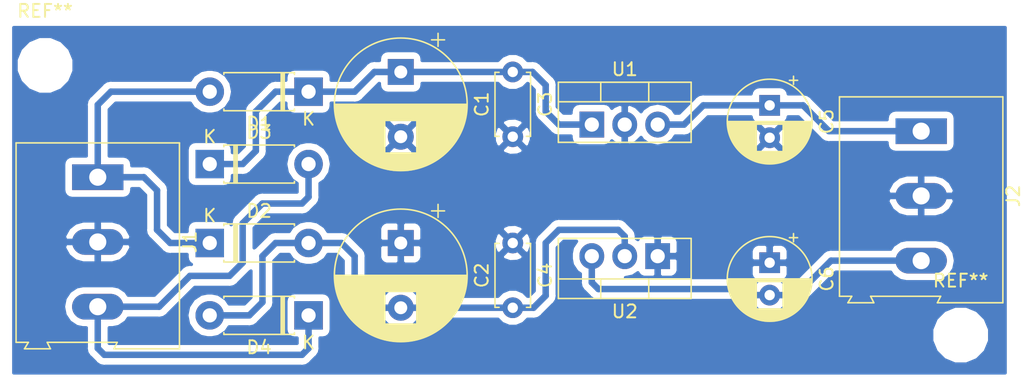
<source format=kicad_pcb>
(kicad_pcb (version 20171130) (host pcbnew "(5.0.1)-4")

  (general
    (thickness 1.6)
    (drawings 4)
    (tracks 70)
    (zones 0)
    (modules 16)
    (nets 8)
  )

  (page A4)
  (layers
    (0 F.Cu signal)
    (31 B.Cu signal)
    (32 B.Adhes user)
    (33 F.Adhes user)
    (34 B.Paste user)
    (35 F.Paste user)
    (36 B.SilkS user)
    (37 F.SilkS user)
    (38 B.Mask user hide)
    (39 F.Mask user)
    (40 Dwgs.User user hide)
    (41 Cmts.User user hide)
    (42 Eco1.User user hide)
    (43 Eco2.User user hide)
    (44 Edge.Cuts user hide)
    (45 Margin user)
    (46 B.CrtYd user hide)
    (47 F.CrtYd user hide)
    (48 B.Fab user hide)
    (49 F.Fab user hide)
  )

  (setup
    (last_trace_width 0.25)
    (trace_clearance 0.2)
    (zone_clearance 0.508)
    (zone_45_only no)
    (trace_min 0.2)
    (segment_width 0.2)
    (edge_width 0.15)
    (via_size 0.6)
    (via_drill 0.4)
    (via_min_size 0.4)
    (via_min_drill 0.3)
    (uvia_size 0.3)
    (uvia_drill 0.1)
    (uvias_allowed no)
    (uvia_min_size 0.2)
    (uvia_min_drill 0.1)
    (pcb_text_width 0.3)
    (pcb_text_size 1.5 1.5)
    (mod_edge_width 0.15)
    (mod_text_size 1 1)
    (mod_text_width 0.15)
    (pad_size 3.2 3.2)
    (pad_drill 3.2)
    (pad_to_mask_clearance 0.2)
    (solder_mask_min_width 0.25)
    (aux_axis_origin 0 0)
    (visible_elements 7FFFFFFF)
    (pcbplotparams
      (layerselection 0x02000_fffffffe)
      (usegerberextensions false)
      (usegerberattributes false)
      (usegerberadvancedattributes false)
      (creategerberjobfile false)
      (excludeedgelayer true)
      (linewidth 0.100000)
      (plotframeref false)
      (viasonmask false)
      (mode 1)
      (useauxorigin false)
      (hpglpennumber 1)
      (hpglpenspeed 20)
      (hpglpendiameter 15.000000)
      (psnegative false)
      (psa4output false)
      (plotreference true)
      (plotvalue true)
      (plotinvisibletext false)
      (padsonsilk false)
      (subtractmaskfromsilk false)
      (outputformat 4)
      (mirror false)
      (drillshape 0)
      (scaleselection 1)
      (outputdirectory ""))
  )

  (net 0 "")
  (net 1 "Net-(C1-Pad1)")
  (net 2 GND)
  (net 3 "Net-(C5-Pad1)")
  (net 4 "Net-(D1-Pad2)")
  (net 5 "Net-(C2-Pad2)")
  (net 6 "Net-(C6-Pad2)")
  (net 7 "Net-(D3-Pad2)")

  (net_class Default "To jest domyślna klasa połączeń."
    (clearance 0.2)
    (trace_width 0.25)
    (via_dia 0.6)
    (via_drill 0.4)
    (uvia_dia 0.3)
    (uvia_drill 0.1)
    (add_net GND)
    (add_net "Net-(C1-Pad1)")
    (add_net "Net-(C2-Pad2)")
    (add_net "Net-(C5-Pad1)")
    (add_net "Net-(C6-Pad2)")
    (add_net "Net-(D1-Pad2)")
    (add_net "Net-(D3-Pad2)")
  )

  (net_class s ""
    (clearance 0.2)
    (trace_width 0.5)
    (via_dia 0.6)
    (via_drill 0.4)
    (uvia_dia 0.3)
    (uvia_drill 0.1)
  )

  (module MountingHole:MountingHole_3.2mm_M3 (layer F.Cu) (tedit 5D484CBD) (tstamp 5D13F819)
    (at 50.292 53.34)
    (descr "Mounting Hole 3.2mm, no annular, M3")
    (tags "mounting hole 3.2mm no annular m3")
    (attr virtual)
    (fp_text reference REF** (at 0 -4.2) (layer F.SilkS)
      (effects (font (size 1 1) (thickness 0.15)))
    )
    (fp_text value MountingHole_3.2mm_M3 (at 0 4.2) (layer F.Fab)
      (effects (font (size 1 1) (thickness 0.15)))
    )
    (fp_text user %R (at 0.3 0) (layer F.Fab)
      (effects (font (size 1 1) (thickness 0.15)))
    )
    (fp_circle (center 0 0) (end 3.2 0) (layer Cmts.User) (width 0.15))
    (fp_circle (center 0 0) (end 3.45 0) (layer F.CrtYd) (width 0.05))
    (pad "" np_thru_hole circle (at 0 0) (size 3.2 3.2) (drill 3.2) (layers *.Cu *.Mask))
  )

  (module Diode_THT:D_DO-41_SOD81_P7.62mm_Horizontal (layer F.Cu) (tedit 5AE50CD5) (tstamp 5CC285F1)
    (at 62.992 60.96)
    (descr "Diode, DO-41_SOD81 series, Axial, Horizontal, pin pitch=7.62mm, , length*diameter=5.2*2.7mm^2, , http://www.diodes.com/_files/packages/DO-41%20(Plastic).pdf")
    (tags "Diode DO-41_SOD81 series Axial Horizontal pin pitch 7.62mm  length 5.2mm diameter 2.7mm")
    (path /5CB47400)
    (fp_text reference D3 (at 3.81 -2.47) (layer F.SilkS)
      (effects (font (size 1 1) (thickness 0.15)))
    )
    (fp_text value 1N4007 (at 3.81 2.47) (layer F.Fab)
      (effects (font (size 1 1) (thickness 0.15)))
    )
    (fp_line (start 1.21 -1.35) (end 1.21 1.35) (layer F.Fab) (width 0.1))
    (fp_line (start 1.21 1.35) (end 6.41 1.35) (layer F.Fab) (width 0.1))
    (fp_line (start 6.41 1.35) (end 6.41 -1.35) (layer F.Fab) (width 0.1))
    (fp_line (start 6.41 -1.35) (end 1.21 -1.35) (layer F.Fab) (width 0.1))
    (fp_line (start 0 0) (end 1.21 0) (layer F.Fab) (width 0.1))
    (fp_line (start 7.62 0) (end 6.41 0) (layer F.Fab) (width 0.1))
    (fp_line (start 1.99 -1.35) (end 1.99 1.35) (layer F.Fab) (width 0.1))
    (fp_line (start 2.09 -1.35) (end 2.09 1.35) (layer F.Fab) (width 0.1))
    (fp_line (start 1.89 -1.35) (end 1.89 1.35) (layer F.Fab) (width 0.1))
    (fp_line (start 1.09 -1.34) (end 1.09 -1.47) (layer F.SilkS) (width 0.12))
    (fp_line (start 1.09 -1.47) (end 6.53 -1.47) (layer F.SilkS) (width 0.12))
    (fp_line (start 6.53 -1.47) (end 6.53 -1.34) (layer F.SilkS) (width 0.12))
    (fp_line (start 1.09 1.34) (end 1.09 1.47) (layer F.SilkS) (width 0.12))
    (fp_line (start 1.09 1.47) (end 6.53 1.47) (layer F.SilkS) (width 0.12))
    (fp_line (start 6.53 1.47) (end 6.53 1.34) (layer F.SilkS) (width 0.12))
    (fp_line (start 1.99 -1.47) (end 1.99 1.47) (layer F.SilkS) (width 0.12))
    (fp_line (start 2.11 -1.47) (end 2.11 1.47) (layer F.SilkS) (width 0.12))
    (fp_line (start 1.87 -1.47) (end 1.87 1.47) (layer F.SilkS) (width 0.12))
    (fp_line (start -1.35 -1.6) (end -1.35 1.6) (layer F.CrtYd) (width 0.05))
    (fp_line (start -1.35 1.6) (end 8.97 1.6) (layer F.CrtYd) (width 0.05))
    (fp_line (start 8.97 1.6) (end 8.97 -1.6) (layer F.CrtYd) (width 0.05))
    (fp_line (start 8.97 -1.6) (end -1.35 -1.6) (layer F.CrtYd) (width 0.05))
    (fp_text user %R (at 4.2 0) (layer F.Fab)
      (effects (font (size 1 1) (thickness 0.15)))
    )
    (fp_text user K (at 0 -2.1) (layer F.Fab)
      (effects (font (size 1 1) (thickness 0.15)))
    )
    (fp_text user K (at 0 -2.1) (layer F.SilkS)
      (effects (font (size 1 1) (thickness 0.15)))
    )
    (pad 1 thru_hole rect (at 0 0) (size 2.2 2.2) (drill 1.1) (layers *.Cu *.Mask)
      (net 1 "Net-(C1-Pad1)"))
    (pad 2 thru_hole oval (at 7.62 0) (size 2.2 2.2) (drill 1.1) (layers *.Cu *.Mask)
      (net 7 "Net-(D3-Pad2)"))
    (model ${KISYS3DMOD}/Diode_THT.3dshapes/D_DO-41_SOD81_P7.62mm_Horizontal.wrl
      (at (xyz 0 0 0))
      (scale (xyz 1 1 1))
      (rotate (xyz 0 0 0))
    )
  )

  (module Package_TO_SOT_THT:TO-220-3_Vertical (layer F.Cu) (tedit 5AC8BA0D) (tstamp 5CC28730)
    (at 92.456 57.912)
    (descr "TO-220-3, Vertical, RM 2.54mm, see https://www.vishay.com/docs/66542/to-220-1.pdf")
    (tags "TO-220-3 Vertical RM 2.54mm")
    (path /5CB5B8F8)
    (fp_text reference U1 (at 2.54 -4.27) (layer F.SilkS)
      (effects (font (size 1 1) (thickness 0.15)))
    )
    (fp_text value LM7812_TO220 (at 2.54 2.5) (layer F.Fab)
      (effects (font (size 1 1) (thickness 0.15)))
    )
    (fp_line (start -2.46 -3.15) (end -2.46 1.25) (layer F.Fab) (width 0.1))
    (fp_line (start -2.46 1.25) (end 7.54 1.25) (layer F.Fab) (width 0.1))
    (fp_line (start 7.54 1.25) (end 7.54 -3.15) (layer F.Fab) (width 0.1))
    (fp_line (start 7.54 -3.15) (end -2.46 -3.15) (layer F.Fab) (width 0.1))
    (fp_line (start -2.46 -1.88) (end 7.54 -1.88) (layer F.Fab) (width 0.1))
    (fp_line (start 0.69 -3.15) (end 0.69 -1.88) (layer F.Fab) (width 0.1))
    (fp_line (start 4.39 -3.15) (end 4.39 -1.88) (layer F.Fab) (width 0.1))
    (fp_line (start -2.58 -3.27) (end 7.66 -3.27) (layer F.SilkS) (width 0.12))
    (fp_line (start -2.58 1.371) (end 7.66 1.371) (layer F.SilkS) (width 0.12))
    (fp_line (start -2.58 -3.27) (end -2.58 1.371) (layer F.SilkS) (width 0.12))
    (fp_line (start 7.66 -3.27) (end 7.66 1.371) (layer F.SilkS) (width 0.12))
    (fp_line (start -2.58 -1.76) (end 7.66 -1.76) (layer F.SilkS) (width 0.12))
    (fp_line (start 0.69 -3.27) (end 0.69 -1.76) (layer F.SilkS) (width 0.12))
    (fp_line (start 4.391 -3.27) (end 4.391 -1.76) (layer F.SilkS) (width 0.12))
    (fp_line (start -2.71 -3.4) (end -2.71 1.51) (layer F.CrtYd) (width 0.05))
    (fp_line (start -2.71 1.51) (end 7.79 1.51) (layer F.CrtYd) (width 0.05))
    (fp_line (start 7.79 1.51) (end 7.79 -3.4) (layer F.CrtYd) (width 0.05))
    (fp_line (start 7.79 -3.4) (end -2.71 -3.4) (layer F.CrtYd) (width 0.05))
    (fp_text user %R (at 2.54 -4.27) (layer F.Fab)
      (effects (font (size 1 1) (thickness 0.15)))
    )
    (pad 1 thru_hole rect (at 0 0) (size 1.905 2) (drill 1.1) (layers *.Cu *.Mask)
      (net 1 "Net-(C1-Pad1)"))
    (pad 2 thru_hole oval (at 2.54 0) (size 1.905 2) (drill 1.1) (layers *.Cu *.Mask)
      (net 2 GND))
    (pad 3 thru_hole oval (at 5.08 0) (size 1.905 2) (drill 1.1) (layers *.Cu *.Mask)
      (net 3 "Net-(C5-Pad1)"))
    (model ${KISYS3DMOD}/Package_TO_SOT_THT.3dshapes/TO-220-3_Vertical.wrl
      (at (xyz 0 0 0))
      (scale (xyz 1 1 1))
      (rotate (xyz 0 0 0))
    )
  )

  (module Diode_THT:D_DO-41_SOD81_P7.62mm_Horizontal (layer F.Cu) (tedit 5AE50CD5) (tstamp 5CC28610)
    (at 70.612 72.644 180)
    (descr "Diode, DO-41_SOD81 series, Axial, Horizontal, pin pitch=7.62mm, , length*diameter=5.2*2.7mm^2, , http://www.diodes.com/_files/packages/DO-41%20(Plastic).pdf")
    (tags "Diode DO-41_SOD81 series Axial Horizontal pin pitch 7.62mm  length 5.2mm diameter 2.7mm")
    (path /5CB47749)
    (fp_text reference D4 (at 3.81 -2.47 180) (layer F.SilkS)
      (effects (font (size 1 1) (thickness 0.15)))
    )
    (fp_text value 1N4007 (at 3.81 2.47 180) (layer F.Fab)
      (effects (font (size 1 1) (thickness 0.15)))
    )
    (fp_line (start 1.21 -1.35) (end 1.21 1.35) (layer F.Fab) (width 0.1))
    (fp_line (start 1.21 1.35) (end 6.41 1.35) (layer F.Fab) (width 0.1))
    (fp_line (start 6.41 1.35) (end 6.41 -1.35) (layer F.Fab) (width 0.1))
    (fp_line (start 6.41 -1.35) (end 1.21 -1.35) (layer F.Fab) (width 0.1))
    (fp_line (start 0 0) (end 1.21 0) (layer F.Fab) (width 0.1))
    (fp_line (start 7.62 0) (end 6.41 0) (layer F.Fab) (width 0.1))
    (fp_line (start 1.99 -1.35) (end 1.99 1.35) (layer F.Fab) (width 0.1))
    (fp_line (start 2.09 -1.35) (end 2.09 1.35) (layer F.Fab) (width 0.1))
    (fp_line (start 1.89 -1.35) (end 1.89 1.35) (layer F.Fab) (width 0.1))
    (fp_line (start 1.09 -1.34) (end 1.09 -1.47) (layer F.SilkS) (width 0.12))
    (fp_line (start 1.09 -1.47) (end 6.53 -1.47) (layer F.SilkS) (width 0.12))
    (fp_line (start 6.53 -1.47) (end 6.53 -1.34) (layer F.SilkS) (width 0.12))
    (fp_line (start 1.09 1.34) (end 1.09 1.47) (layer F.SilkS) (width 0.12))
    (fp_line (start 1.09 1.47) (end 6.53 1.47) (layer F.SilkS) (width 0.12))
    (fp_line (start 6.53 1.47) (end 6.53 1.34) (layer F.SilkS) (width 0.12))
    (fp_line (start 1.99 -1.47) (end 1.99 1.47) (layer F.SilkS) (width 0.12))
    (fp_line (start 2.11 -1.47) (end 2.11 1.47) (layer F.SilkS) (width 0.12))
    (fp_line (start 1.87 -1.47) (end 1.87 1.47) (layer F.SilkS) (width 0.12))
    (fp_line (start -1.35 -1.6) (end -1.35 1.6) (layer F.CrtYd) (width 0.05))
    (fp_line (start -1.35 1.6) (end 8.97 1.6) (layer F.CrtYd) (width 0.05))
    (fp_line (start 8.97 1.6) (end 8.97 -1.6) (layer F.CrtYd) (width 0.05))
    (fp_line (start 8.97 -1.6) (end -1.35 -1.6) (layer F.CrtYd) (width 0.05))
    (fp_text user %R (at 4.2 0 180) (layer F.Fab)
      (effects (font (size 1 1) (thickness 0.15)))
    )
    (fp_text user K (at 0 -2.1 180) (layer F.Fab)
      (effects (font (size 1 1) (thickness 0.15)))
    )
    (fp_text user K (at 0 -2.1 180) (layer F.SilkS)
      (effects (font (size 1 1) (thickness 0.15)))
    )
    (pad 1 thru_hole rect (at 0 0 180) (size 2.2 2.2) (drill 1.1) (layers *.Cu *.Mask)
      (net 7 "Net-(D3-Pad2)"))
    (pad 2 thru_hole oval (at 7.62 0 180) (size 2.2 2.2) (drill 1.1) (layers *.Cu *.Mask)
      (net 5 "Net-(C2-Pad2)"))
    (model ${KISYS3DMOD}/Diode_THT.3dshapes/D_DO-41_SOD81_P7.62mm_Horizontal.wrl
      (at (xyz 0 0 0))
      (scale (xyz 1 1 1))
      (rotate (xyz 0 0 0))
    )
  )

  (module Package_TO_SOT_THT:TO-220-3_Vertical (layer F.Cu) (tedit 5AC8BA0D) (tstamp 5CC2874A)
    (at 97.536 68.072 180)
    (descr "TO-220-3, Vertical, RM 2.54mm, see https://www.vishay.com/docs/66542/to-220-1.pdf")
    (tags "TO-220-3 Vertical RM 2.54mm")
    (path /5CB5CABD)
    (fp_text reference U2 (at 2.54 -4.27 180) (layer F.SilkS)
      (effects (font (size 1 1) (thickness 0.15)))
    )
    (fp_text value LM7912_TO220 (at 2.54 2.5 180) (layer F.Fab)
      (effects (font (size 1 1) (thickness 0.15)))
    )
    (fp_text user %R (at 2.54 -4.27 180) (layer F.Fab)
      (effects (font (size 1 1) (thickness 0.15)))
    )
    (fp_line (start 7.79 -3.4) (end -2.71 -3.4) (layer F.CrtYd) (width 0.05))
    (fp_line (start 7.79 1.51) (end 7.79 -3.4) (layer F.CrtYd) (width 0.05))
    (fp_line (start -2.71 1.51) (end 7.79 1.51) (layer F.CrtYd) (width 0.05))
    (fp_line (start -2.71 -3.4) (end -2.71 1.51) (layer F.CrtYd) (width 0.05))
    (fp_line (start 4.391 -3.27) (end 4.391 -1.76) (layer F.SilkS) (width 0.12))
    (fp_line (start 0.69 -3.27) (end 0.69 -1.76) (layer F.SilkS) (width 0.12))
    (fp_line (start -2.58 -1.76) (end 7.66 -1.76) (layer F.SilkS) (width 0.12))
    (fp_line (start 7.66 -3.27) (end 7.66 1.371) (layer F.SilkS) (width 0.12))
    (fp_line (start -2.58 -3.27) (end -2.58 1.371) (layer F.SilkS) (width 0.12))
    (fp_line (start -2.58 1.371) (end 7.66 1.371) (layer F.SilkS) (width 0.12))
    (fp_line (start -2.58 -3.27) (end 7.66 -3.27) (layer F.SilkS) (width 0.12))
    (fp_line (start 4.39 -3.15) (end 4.39 -1.88) (layer F.Fab) (width 0.1))
    (fp_line (start 0.69 -3.15) (end 0.69 -1.88) (layer F.Fab) (width 0.1))
    (fp_line (start -2.46 -1.88) (end 7.54 -1.88) (layer F.Fab) (width 0.1))
    (fp_line (start 7.54 -3.15) (end -2.46 -3.15) (layer F.Fab) (width 0.1))
    (fp_line (start 7.54 1.25) (end 7.54 -3.15) (layer F.Fab) (width 0.1))
    (fp_line (start -2.46 1.25) (end 7.54 1.25) (layer F.Fab) (width 0.1))
    (fp_line (start -2.46 -3.15) (end -2.46 1.25) (layer F.Fab) (width 0.1))
    (pad 3 thru_hole oval (at 5.08 0 180) (size 1.905 2) (drill 1.1) (layers *.Cu *.Mask)
      (net 6 "Net-(C6-Pad2)"))
    (pad 2 thru_hole oval (at 2.54 0 180) (size 1.905 2) (drill 1.1) (layers *.Cu *.Mask)
      (net 5 "Net-(C2-Pad2)"))
    (pad 1 thru_hole rect (at 0 0 180) (size 1.905 2) (drill 1.1) (layers *.Cu *.Mask)
      (net 2 GND))
    (model ${KISYS3DMOD}/Package_TO_SOT_THT.3dshapes/TO-220-3_Vertical.wrl
      (at (xyz 0 0 0))
      (scale (xyz 1 1 1))
      (rotate (xyz 0 0 0))
    )
  )

  (module TerminalBlock:TerminalBlock_Altech_AK300-3_P5.00mm (layer F.Cu) (tedit 59FF0306) (tstamp 5CC28716)
    (at 117.856 58.42 270)
    (descr "Altech AK300 terminal block, pitch 5.0mm, 45 degree angled, see http://www.mouser.com/ds/2/16/PCBMETRC-24178.pdf")
    (tags "Altech AK300 terminal block pitch 5.0mm")
    (path /5CB5AC20)
    (fp_text reference J2 (at 5 -7.1 270) (layer F.SilkS)
      (effects (font (size 1 1) (thickness 0.15)))
    )
    (fp_text value Screw_Terminal_01x03 (at 4.95 7.3 270) (layer F.Fab)
      (effects (font (size 1 1) (thickness 0.15)))
    )
    (fp_text user %R (at 5 -2 270) (layer F.Fab)
      (effects (font (size 1 1) (thickness 0.15)))
    )
    (fp_line (start -2.65 -6.3) (end -2.65 6.3) (layer F.SilkS) (width 0.12))
    (fp_line (start -2.65 6.3) (end 12.75 6.3) (layer F.SilkS) (width 0.12))
    (fp_line (start 12.75 6.3) (end 12.75 5.35) (layer F.SilkS) (width 0.12))
    (fp_line (start 12.75 5.35) (end 13.25 5.65) (layer F.SilkS) (width 0.12))
    (fp_line (start 13.25 5.65) (end 13.25 3.65) (layer F.SilkS) (width 0.12))
    (fp_line (start 13.25 3.65) (end 12.75 3.9) (layer F.SilkS) (width 0.12))
    (fp_line (start 12.75 3.9) (end 12.75 -1.5) (layer F.SilkS) (width 0.12))
    (fp_line (start 12.75 -1.5) (end 13.25 -1.25) (layer F.SilkS) (width 0.12))
    (fp_line (start 13.25 -1.25) (end 13.25 -6.3) (layer F.SilkS) (width 0.12))
    (fp_line (start 13.25 -6.3) (end -2.65 -6.3) (layer F.SilkS) (width 0.12))
    (fp_line (start 12.66 -0.65) (end -2.52 -0.65) (layer F.Fab) (width 0.1))
    (fp_line (start 8.02 3.99) (end 8.02 -0.26) (layer F.Fab) (width 0.1))
    (fp_line (start 12.09 6.21) (end 7.58 6.21) (layer F.Fab) (width 0.1))
    (fp_line (start 7.58 -3.19) (end 12.6 -3.19) (layer F.Fab) (width 0.1))
    (fp_line (start -2.58 -6.23) (end 12.66 -6.23) (layer F.Fab) (width 0.1))
    (fp_line (start 8.42 -0.26) (end 11.72 -0.26) (layer F.Fab) (width 0.1))
    (fp_line (start 8.04 -0.26) (end 8.42 -0.26) (layer F.Fab) (width 0.1))
    (fp_line (start 12.1 -0.26) (end 11.72 -0.26) (layer F.Fab) (width 0.1))
    (fp_line (start 8.57 -4.33) (end 11.62 -4.96) (layer F.Fab) (width 0.1))
    (fp_line (start 8.44 -4.46) (end 11.49 -5.09) (layer F.Fab) (width 0.1))
    (fp_line (start 12.1 -3.44) (end 8.04 -3.44) (layer F.Fab) (width 0.1))
    (fp_line (start 12.1 -5.98) (end 12.1 -3.44) (layer F.Fab) (width 0.1))
    (fp_line (start 8.04 -5.98) (end 12.1 -5.98) (layer F.Fab) (width 0.1))
    (fp_line (start 8.04 -3.44) (end 8.04 -5.98) (layer F.Fab) (width 0.1))
    (fp_line (start 12.66 -3.19) (end 12.66 -1.66) (layer F.Fab) (width 0.1))
    (fp_line (start 12.66 -0.65) (end 12.66 4.05) (layer F.Fab) (width 0.1))
    (fp_line (start 12.66 -1.66) (end 12.66 -0.65) (layer F.Fab) (width 0.1))
    (fp_line (start 11.72 0.5) (end 11.34 0.5) (layer F.Fab) (width 0.1))
    (fp_line (start 8.42 0.5) (end 8.8 0.5) (layer F.Fab) (width 0.1))
    (fp_line (start 8.42 3.67) (end 8.42 0.5) (layer F.Fab) (width 0.1))
    (fp_line (start 11.72 3.67) (end 8.42 3.67) (layer F.Fab) (width 0.1))
    (fp_line (start 11.72 3.67) (end 11.72 0.5) (layer F.Fab) (width 0.1))
    (fp_line (start 12.1 4.31) (end 12.1 6.21) (layer F.Fab) (width 0.1))
    (fp_line (start 8.04 4.31) (end 12.1 4.31) (layer F.Fab) (width 0.1))
    (fp_line (start 12.1 6.21) (end 12.66 6.21) (layer F.Fab) (width 0.1))
    (fp_line (start 12.1 -0.26) (end 12.1 4.31) (layer F.Fab) (width 0.1))
    (fp_line (start 8.04 6.21) (end 8.04 4.31) (layer F.Fab) (width 0.1))
    (fp_line (start 13.17 3.8) (end 13.17 5.45) (layer F.Fab) (width 0.1))
    (fp_line (start 12.66 4.05) (end 12.66 5.2) (layer F.Fab) (width 0.1))
    (fp_line (start 13.17 3.8) (end 12.66 4.05) (layer F.Fab) (width 0.1))
    (fp_line (start 12.66 5.2) (end 12.66 6.21) (layer F.Fab) (width 0.1))
    (fp_line (start 13.17 5.45) (end 12.66 5.2) (layer F.Fab) (width 0.1))
    (fp_line (start 13.17 -1.41) (end 12.66 -1.66) (layer F.Fab) (width 0.1))
    (fp_line (start 13.17 -6.23) (end 13.17 -1.41) (layer F.Fab) (width 0.1))
    (fp_line (start 12.66 -6.23) (end 13.17 -6.23) (layer F.Fab) (width 0.1))
    (fp_line (start 12.66 -6.23) (end 12.66 -3.19) (layer F.Fab) (width 0.1))
    (fp_line (start 8.8 2.53) (end 8.8 -0.26) (layer F.Fab) (width 0.1))
    (fp_line (start 8.8 -0.26) (end 11.34 -0.26) (layer F.Fab) (width 0.1))
    (fp_line (start 11.34 2.53) (end 11.34 -0.26) (layer F.Fab) (width 0.1))
    (fp_line (start 8.8 2.53) (end 11.34 2.53) (layer F.Fab) (width 0.1))
    (fp_line (start -1.28 2.53) (end 1.26 2.53) (layer F.Fab) (width 0.1))
    (fp_line (start 1.26 2.53) (end 1.26 -0.26) (layer F.Fab) (width 0.1))
    (fp_line (start -1.28 -0.26) (end 1.26 -0.26) (layer F.Fab) (width 0.1))
    (fp_line (start -1.28 2.53) (end -1.28 -0.26) (layer F.Fab) (width 0.1))
    (fp_line (start 3.72 2.53) (end 6.26 2.53) (layer F.Fab) (width 0.1))
    (fp_line (start 6.26 2.53) (end 6.26 -0.26) (layer F.Fab) (width 0.1))
    (fp_line (start 3.72 -0.26) (end 6.26 -0.26) (layer F.Fab) (width 0.1))
    (fp_line (start 3.72 2.53) (end 3.72 -0.26) (layer F.Fab) (width 0.1))
    (fp_line (start 8.02 5.2) (end 8.02 6.21) (layer F.Fab) (width 0.1))
    (fp_line (start 8.02 4.05) (end 8.02 5.2) (layer F.Fab) (width 0.1))
    (fp_line (start 2.96 6.21) (end 2.96 4.31) (layer F.Fab) (width 0.1))
    (fp_line (start 7.02 -0.26) (end 7.02 4.31) (layer F.Fab) (width 0.1))
    (fp_line (start 2.96 6.21) (end 7.02 6.21) (layer F.Fab) (width 0.1))
    (fp_line (start 7.02 6.21) (end 7.58 6.21) (layer F.Fab) (width 0.1))
    (fp_line (start 2.02 6.21) (end 2.02 4.31) (layer F.Fab) (width 0.1))
    (fp_line (start 2.02 6.21) (end 2.96 6.21) (layer F.Fab) (width 0.1))
    (fp_line (start -2.05 -0.26) (end -2.05 4.31) (layer F.Fab) (width 0.1))
    (fp_line (start -2.58 6.21) (end -2.05 6.21) (layer F.Fab) (width 0.1))
    (fp_line (start -2.05 6.21) (end 2.02 6.21) (layer F.Fab) (width 0.1))
    (fp_line (start 2.96 4.31) (end 7.02 4.31) (layer F.Fab) (width 0.1))
    (fp_line (start 2.96 4.31) (end 2.96 -0.26) (layer F.Fab) (width 0.1))
    (fp_line (start 7.02 4.31) (end 7.02 6.21) (layer F.Fab) (width 0.1))
    (fp_line (start 2.02 4.31) (end -2.05 4.31) (layer F.Fab) (width 0.1))
    (fp_line (start 2.02 4.31) (end 2.02 -0.26) (layer F.Fab) (width 0.1))
    (fp_line (start -2.05 4.31) (end -2.05 6.21) (layer F.Fab) (width 0.1))
    (fp_line (start 6.64 3.67) (end 6.64 0.5) (layer F.Fab) (width 0.1))
    (fp_line (start 6.64 3.67) (end 3.34 3.67) (layer F.Fab) (width 0.1))
    (fp_line (start 3.34 3.67) (end 3.34 0.5) (layer F.Fab) (width 0.1))
    (fp_line (start 1.64 3.67) (end 1.64 0.5) (layer F.Fab) (width 0.1))
    (fp_line (start 1.64 3.67) (end -1.67 3.67) (layer F.Fab) (width 0.1))
    (fp_line (start -1.67 3.67) (end -1.67 0.5) (layer F.Fab) (width 0.1))
    (fp_line (start -1.67 0.5) (end -1.28 0.5) (layer F.Fab) (width 0.1))
    (fp_line (start 1.64 0.5) (end 1.26 0.5) (layer F.Fab) (width 0.1))
    (fp_line (start 3.34 0.5) (end 3.72 0.5) (layer F.Fab) (width 0.1))
    (fp_line (start 6.64 0.5) (end 6.26 0.5) (layer F.Fab) (width 0.1))
    (fp_line (start -2.58 6.21) (end -2.58 -0.65) (layer F.Fab) (width 0.1))
    (fp_line (start -2.58 -0.65) (end -2.58 -3.19) (layer F.Fab) (width 0.1))
    (fp_line (start -2.58 -3.19) (end 7.58 -3.19) (layer F.Fab) (width 0.1))
    (fp_line (start -2.58 -3.19) (end -2.58 -6.23) (layer F.Fab) (width 0.1))
    (fp_line (start 2.96 -3.44) (end 2.96 -5.98) (layer F.Fab) (width 0.1))
    (fp_line (start 2.96 -5.98) (end 7.02 -5.98) (layer F.Fab) (width 0.1))
    (fp_line (start 7.02 -5.98) (end 7.02 -3.44) (layer F.Fab) (width 0.1))
    (fp_line (start 7.02 -3.44) (end 2.96 -3.44) (layer F.Fab) (width 0.1))
    (fp_line (start 2.02 -3.44) (end 2.02 -5.98) (layer F.Fab) (width 0.1))
    (fp_line (start 2.02 -3.44) (end -2.05 -3.44) (layer F.Fab) (width 0.1))
    (fp_line (start -2.05 -3.44) (end -2.05 -5.98) (layer F.Fab) (width 0.1))
    (fp_line (start 2.02 -5.98) (end -2.05 -5.98) (layer F.Fab) (width 0.1))
    (fp_line (start 3.36 -4.46) (end 6.41 -5.09) (layer F.Fab) (width 0.1))
    (fp_line (start 3.49 -4.33) (end 6.54 -4.96) (layer F.Fab) (width 0.1))
    (fp_line (start -1.64 -4.46) (end 1.41 -5.09) (layer F.Fab) (width 0.1))
    (fp_line (start -1.51 -4.33) (end 1.53 -4.96) (layer F.Fab) (width 0.1))
    (fp_line (start -2.05 -0.26) (end -1.67 -0.26) (layer F.Fab) (width 0.1))
    (fp_line (start 2.02 -0.26) (end 1.64 -0.26) (layer F.Fab) (width 0.1))
    (fp_line (start 1.64 -0.26) (end -1.67 -0.26) (layer F.Fab) (width 0.1))
    (fp_line (start 7.02 -0.26) (end 6.64 -0.26) (layer F.Fab) (width 0.1))
    (fp_line (start 2.96 -0.26) (end 3.34 -0.26) (layer F.Fab) (width 0.1))
    (fp_line (start 3.34 -0.26) (end 6.64 -0.26) (layer F.Fab) (width 0.1))
    (fp_line (start -2.83 -6.48) (end 13.42 -6.48) (layer F.CrtYd) (width 0.05))
    (fp_line (start -2.83 -6.48) (end -2.83 6.46) (layer F.CrtYd) (width 0.05))
    (fp_line (start 13.42 6.46) (end 13.42 -6.48) (layer F.CrtYd) (width 0.05))
    (fp_line (start 13.42 6.46) (end -2.83 6.46) (layer F.CrtYd) (width 0.05))
    (fp_arc (start 8.93 -4.66) (end 8.64 -4.14) (angle 104.2) (layer F.Fab) (width 0.1))
    (fp_arc (start 10.04 -3.72) (end 8.44 -5.01) (angle 100) (layer F.Fab) (width 0.1))
    (fp_arc (start 10.12 -6.08) (end 11.58 -4.13) (angle 75.5) (layer F.Fab) (width 0.1))
    (fp_arc (start 11.09 -4.6) (end 11.59 -5.06) (angle 90.5) (layer F.Fab) (width 0.1))
    (fp_arc (start 6.01 -4.6) (end 6.51 -5.06) (angle 90.5) (layer F.Fab) (width 0.1))
    (fp_arc (start 5.04 -6.08) (end 6.5 -4.13) (angle 75.5) (layer F.Fab) (width 0.1))
    (fp_arc (start 4.96 -3.72) (end 3.36 -5.01) (angle 100) (layer F.Fab) (width 0.1))
    (fp_arc (start 3.85 -4.66) (end 3.56 -4.14) (angle 104.2) (layer F.Fab) (width 0.1))
    (fp_arc (start 1 -4.6) (end 1.51 -5.06) (angle 90.5) (layer F.Fab) (width 0.1))
    (fp_arc (start 0.04 -6.08) (end 1.5 -4.13) (angle 75.5) (layer F.Fab) (width 0.1))
    (fp_arc (start -0.04 -3.72) (end -1.64 -5.01) (angle 100) (layer F.Fab) (width 0.1))
    (fp_arc (start -1.16 -4.66) (end -1.44 -4.14) (angle 104.2) (layer F.Fab) (width 0.1))
    (pad 1 thru_hole rect (at 0 0 270) (size 1.98 3.96) (drill 1.32) (layers *.Cu *.Mask)
      (net 3 "Net-(C5-Pad1)"))
    (pad 2 thru_hole oval (at 5 0 270) (size 1.98 3.96) (drill 1.32) (layers *.Cu *.Mask)
      (net 2 GND))
    (pad 3 thru_hole oval (at 10 0 270) (size 1.98 3.96) (drill 1.32) (layers *.Cu *.Mask)
      (net 6 "Net-(C6-Pad2)"))
    (model ${KISYS3DMOD}/TerminalBlock.3dshapes/TerminalBlock_Altech_AK300-3_P5.00mm.wrl
      (at (xyz 0 0 0))
      (scale (xyz 1 1 1))
      (rotate (xyz 0 0 0))
    )
  )

  (module TerminalBlock:TerminalBlock_Altech_AK300-3_P5.00mm (layer F.Cu) (tedit 59FF0306) (tstamp 5CC28693)
    (at 54.356 61.976 270)
    (descr "Altech AK300 terminal block, pitch 5.0mm, 45 degree angled, see http://www.mouser.com/ds/2/16/PCBMETRC-24178.pdf")
    (tags "Altech AK300 terminal block pitch 5.0mm")
    (path /5CB5AC7B)
    (fp_text reference J1 (at 5 -7.1 270) (layer F.SilkS)
      (effects (font (size 1 1) (thickness 0.15)))
    )
    (fp_text value Screw_Terminal_01x03 (at 4.95 7.3 270) (layer F.Fab)
      (effects (font (size 1 1) (thickness 0.15)))
    )
    (fp_arc (start -1.16 -4.66) (end -1.44 -4.14) (angle 104.2) (layer F.Fab) (width 0.1))
    (fp_arc (start -0.04 -3.72) (end -1.64 -5.01) (angle 100) (layer F.Fab) (width 0.1))
    (fp_arc (start 0.04 -6.08) (end 1.5 -4.13) (angle 75.5) (layer F.Fab) (width 0.1))
    (fp_arc (start 1 -4.6) (end 1.51 -5.06) (angle 90.5) (layer F.Fab) (width 0.1))
    (fp_arc (start 3.85 -4.66) (end 3.56 -4.14) (angle 104.2) (layer F.Fab) (width 0.1))
    (fp_arc (start 4.96 -3.72) (end 3.36 -5.01) (angle 100) (layer F.Fab) (width 0.1))
    (fp_arc (start 5.04 -6.08) (end 6.5 -4.13) (angle 75.5) (layer F.Fab) (width 0.1))
    (fp_arc (start 6.01 -4.6) (end 6.51 -5.06) (angle 90.5) (layer F.Fab) (width 0.1))
    (fp_arc (start 11.09 -4.6) (end 11.59 -5.06) (angle 90.5) (layer F.Fab) (width 0.1))
    (fp_arc (start 10.12 -6.08) (end 11.58 -4.13) (angle 75.5) (layer F.Fab) (width 0.1))
    (fp_arc (start 10.04 -3.72) (end 8.44 -5.01) (angle 100) (layer F.Fab) (width 0.1))
    (fp_arc (start 8.93 -4.66) (end 8.64 -4.14) (angle 104.2) (layer F.Fab) (width 0.1))
    (fp_line (start 13.42 6.46) (end -2.83 6.46) (layer F.CrtYd) (width 0.05))
    (fp_line (start 13.42 6.46) (end 13.42 -6.48) (layer F.CrtYd) (width 0.05))
    (fp_line (start -2.83 -6.48) (end -2.83 6.46) (layer F.CrtYd) (width 0.05))
    (fp_line (start -2.83 -6.48) (end 13.42 -6.48) (layer F.CrtYd) (width 0.05))
    (fp_line (start 3.34 -0.26) (end 6.64 -0.26) (layer F.Fab) (width 0.1))
    (fp_line (start 2.96 -0.26) (end 3.34 -0.26) (layer F.Fab) (width 0.1))
    (fp_line (start 7.02 -0.26) (end 6.64 -0.26) (layer F.Fab) (width 0.1))
    (fp_line (start 1.64 -0.26) (end -1.67 -0.26) (layer F.Fab) (width 0.1))
    (fp_line (start 2.02 -0.26) (end 1.64 -0.26) (layer F.Fab) (width 0.1))
    (fp_line (start -2.05 -0.26) (end -1.67 -0.26) (layer F.Fab) (width 0.1))
    (fp_line (start -1.51 -4.33) (end 1.53 -4.96) (layer F.Fab) (width 0.1))
    (fp_line (start -1.64 -4.46) (end 1.41 -5.09) (layer F.Fab) (width 0.1))
    (fp_line (start 3.49 -4.33) (end 6.54 -4.96) (layer F.Fab) (width 0.1))
    (fp_line (start 3.36 -4.46) (end 6.41 -5.09) (layer F.Fab) (width 0.1))
    (fp_line (start 2.02 -5.98) (end -2.05 -5.98) (layer F.Fab) (width 0.1))
    (fp_line (start -2.05 -3.44) (end -2.05 -5.98) (layer F.Fab) (width 0.1))
    (fp_line (start 2.02 -3.44) (end -2.05 -3.44) (layer F.Fab) (width 0.1))
    (fp_line (start 2.02 -3.44) (end 2.02 -5.98) (layer F.Fab) (width 0.1))
    (fp_line (start 7.02 -3.44) (end 2.96 -3.44) (layer F.Fab) (width 0.1))
    (fp_line (start 7.02 -5.98) (end 7.02 -3.44) (layer F.Fab) (width 0.1))
    (fp_line (start 2.96 -5.98) (end 7.02 -5.98) (layer F.Fab) (width 0.1))
    (fp_line (start 2.96 -3.44) (end 2.96 -5.98) (layer F.Fab) (width 0.1))
    (fp_line (start -2.58 -3.19) (end -2.58 -6.23) (layer F.Fab) (width 0.1))
    (fp_line (start -2.58 -3.19) (end 7.58 -3.19) (layer F.Fab) (width 0.1))
    (fp_line (start -2.58 -0.65) (end -2.58 -3.19) (layer F.Fab) (width 0.1))
    (fp_line (start -2.58 6.21) (end -2.58 -0.65) (layer F.Fab) (width 0.1))
    (fp_line (start 6.64 0.5) (end 6.26 0.5) (layer F.Fab) (width 0.1))
    (fp_line (start 3.34 0.5) (end 3.72 0.5) (layer F.Fab) (width 0.1))
    (fp_line (start 1.64 0.5) (end 1.26 0.5) (layer F.Fab) (width 0.1))
    (fp_line (start -1.67 0.5) (end -1.28 0.5) (layer F.Fab) (width 0.1))
    (fp_line (start -1.67 3.67) (end -1.67 0.5) (layer F.Fab) (width 0.1))
    (fp_line (start 1.64 3.67) (end -1.67 3.67) (layer F.Fab) (width 0.1))
    (fp_line (start 1.64 3.67) (end 1.64 0.5) (layer F.Fab) (width 0.1))
    (fp_line (start 3.34 3.67) (end 3.34 0.5) (layer F.Fab) (width 0.1))
    (fp_line (start 6.64 3.67) (end 3.34 3.67) (layer F.Fab) (width 0.1))
    (fp_line (start 6.64 3.67) (end 6.64 0.5) (layer F.Fab) (width 0.1))
    (fp_line (start -2.05 4.31) (end -2.05 6.21) (layer F.Fab) (width 0.1))
    (fp_line (start 2.02 4.31) (end 2.02 -0.26) (layer F.Fab) (width 0.1))
    (fp_line (start 2.02 4.31) (end -2.05 4.31) (layer F.Fab) (width 0.1))
    (fp_line (start 7.02 4.31) (end 7.02 6.21) (layer F.Fab) (width 0.1))
    (fp_line (start 2.96 4.31) (end 2.96 -0.26) (layer F.Fab) (width 0.1))
    (fp_line (start 2.96 4.31) (end 7.02 4.31) (layer F.Fab) (width 0.1))
    (fp_line (start -2.05 6.21) (end 2.02 6.21) (layer F.Fab) (width 0.1))
    (fp_line (start -2.58 6.21) (end -2.05 6.21) (layer F.Fab) (width 0.1))
    (fp_line (start -2.05 -0.26) (end -2.05 4.31) (layer F.Fab) (width 0.1))
    (fp_line (start 2.02 6.21) (end 2.96 6.21) (layer F.Fab) (width 0.1))
    (fp_line (start 2.02 6.21) (end 2.02 4.31) (layer F.Fab) (width 0.1))
    (fp_line (start 7.02 6.21) (end 7.58 6.21) (layer F.Fab) (width 0.1))
    (fp_line (start 2.96 6.21) (end 7.02 6.21) (layer F.Fab) (width 0.1))
    (fp_line (start 7.02 -0.26) (end 7.02 4.31) (layer F.Fab) (width 0.1))
    (fp_line (start 2.96 6.21) (end 2.96 4.31) (layer F.Fab) (width 0.1))
    (fp_line (start 8.02 4.05) (end 8.02 5.2) (layer F.Fab) (width 0.1))
    (fp_line (start 8.02 5.2) (end 8.02 6.21) (layer F.Fab) (width 0.1))
    (fp_line (start 3.72 2.53) (end 3.72 -0.26) (layer F.Fab) (width 0.1))
    (fp_line (start 3.72 -0.26) (end 6.26 -0.26) (layer F.Fab) (width 0.1))
    (fp_line (start 6.26 2.53) (end 6.26 -0.26) (layer F.Fab) (width 0.1))
    (fp_line (start 3.72 2.53) (end 6.26 2.53) (layer F.Fab) (width 0.1))
    (fp_line (start -1.28 2.53) (end -1.28 -0.26) (layer F.Fab) (width 0.1))
    (fp_line (start -1.28 -0.26) (end 1.26 -0.26) (layer F.Fab) (width 0.1))
    (fp_line (start 1.26 2.53) (end 1.26 -0.26) (layer F.Fab) (width 0.1))
    (fp_line (start -1.28 2.53) (end 1.26 2.53) (layer F.Fab) (width 0.1))
    (fp_line (start 8.8 2.53) (end 11.34 2.53) (layer F.Fab) (width 0.1))
    (fp_line (start 11.34 2.53) (end 11.34 -0.26) (layer F.Fab) (width 0.1))
    (fp_line (start 8.8 -0.26) (end 11.34 -0.26) (layer F.Fab) (width 0.1))
    (fp_line (start 8.8 2.53) (end 8.8 -0.26) (layer F.Fab) (width 0.1))
    (fp_line (start 12.66 -6.23) (end 12.66 -3.19) (layer F.Fab) (width 0.1))
    (fp_line (start 12.66 -6.23) (end 13.17 -6.23) (layer F.Fab) (width 0.1))
    (fp_line (start 13.17 -6.23) (end 13.17 -1.41) (layer F.Fab) (width 0.1))
    (fp_line (start 13.17 -1.41) (end 12.66 -1.66) (layer F.Fab) (width 0.1))
    (fp_line (start 13.17 5.45) (end 12.66 5.2) (layer F.Fab) (width 0.1))
    (fp_line (start 12.66 5.2) (end 12.66 6.21) (layer F.Fab) (width 0.1))
    (fp_line (start 13.17 3.8) (end 12.66 4.05) (layer F.Fab) (width 0.1))
    (fp_line (start 12.66 4.05) (end 12.66 5.2) (layer F.Fab) (width 0.1))
    (fp_line (start 13.17 3.8) (end 13.17 5.45) (layer F.Fab) (width 0.1))
    (fp_line (start 8.04 6.21) (end 8.04 4.31) (layer F.Fab) (width 0.1))
    (fp_line (start 12.1 -0.26) (end 12.1 4.31) (layer F.Fab) (width 0.1))
    (fp_line (start 12.1 6.21) (end 12.66 6.21) (layer F.Fab) (width 0.1))
    (fp_line (start 8.04 4.31) (end 12.1 4.31) (layer F.Fab) (width 0.1))
    (fp_line (start 12.1 4.31) (end 12.1 6.21) (layer F.Fab) (width 0.1))
    (fp_line (start 11.72 3.67) (end 11.72 0.5) (layer F.Fab) (width 0.1))
    (fp_line (start 11.72 3.67) (end 8.42 3.67) (layer F.Fab) (width 0.1))
    (fp_line (start 8.42 3.67) (end 8.42 0.5) (layer F.Fab) (width 0.1))
    (fp_line (start 8.42 0.5) (end 8.8 0.5) (layer F.Fab) (width 0.1))
    (fp_line (start 11.72 0.5) (end 11.34 0.5) (layer F.Fab) (width 0.1))
    (fp_line (start 12.66 -1.66) (end 12.66 -0.65) (layer F.Fab) (width 0.1))
    (fp_line (start 12.66 -0.65) (end 12.66 4.05) (layer F.Fab) (width 0.1))
    (fp_line (start 12.66 -3.19) (end 12.66 -1.66) (layer F.Fab) (width 0.1))
    (fp_line (start 8.04 -3.44) (end 8.04 -5.98) (layer F.Fab) (width 0.1))
    (fp_line (start 8.04 -5.98) (end 12.1 -5.98) (layer F.Fab) (width 0.1))
    (fp_line (start 12.1 -5.98) (end 12.1 -3.44) (layer F.Fab) (width 0.1))
    (fp_line (start 12.1 -3.44) (end 8.04 -3.44) (layer F.Fab) (width 0.1))
    (fp_line (start 8.44 -4.46) (end 11.49 -5.09) (layer F.Fab) (width 0.1))
    (fp_line (start 8.57 -4.33) (end 11.62 -4.96) (layer F.Fab) (width 0.1))
    (fp_line (start 12.1 -0.26) (end 11.72 -0.26) (layer F.Fab) (width 0.1))
    (fp_line (start 8.04 -0.26) (end 8.42 -0.26) (layer F.Fab) (width 0.1))
    (fp_line (start 8.42 -0.26) (end 11.72 -0.26) (layer F.Fab) (width 0.1))
    (fp_line (start -2.58 -6.23) (end 12.66 -6.23) (layer F.Fab) (width 0.1))
    (fp_line (start 7.58 -3.19) (end 12.6 -3.19) (layer F.Fab) (width 0.1))
    (fp_line (start 12.09 6.21) (end 7.58 6.21) (layer F.Fab) (width 0.1))
    (fp_line (start 8.02 3.99) (end 8.02 -0.26) (layer F.Fab) (width 0.1))
    (fp_line (start 12.66 -0.65) (end -2.52 -0.65) (layer F.Fab) (width 0.1))
    (fp_line (start 13.25 -6.3) (end -2.65 -6.3) (layer F.SilkS) (width 0.12))
    (fp_line (start 13.25 -1.25) (end 13.25 -6.3) (layer F.SilkS) (width 0.12))
    (fp_line (start 12.75 -1.5) (end 13.25 -1.25) (layer F.SilkS) (width 0.12))
    (fp_line (start 12.75 3.9) (end 12.75 -1.5) (layer F.SilkS) (width 0.12))
    (fp_line (start 13.25 3.65) (end 12.75 3.9) (layer F.SilkS) (width 0.12))
    (fp_line (start 13.25 5.65) (end 13.25 3.65) (layer F.SilkS) (width 0.12))
    (fp_line (start 12.75 5.35) (end 13.25 5.65) (layer F.SilkS) (width 0.12))
    (fp_line (start 12.75 6.3) (end 12.75 5.35) (layer F.SilkS) (width 0.12))
    (fp_line (start -2.65 6.3) (end 12.75 6.3) (layer F.SilkS) (width 0.12))
    (fp_line (start -2.65 -6.3) (end -2.65 6.3) (layer F.SilkS) (width 0.12))
    (fp_text user %R (at 5 -2 270) (layer F.Fab)
      (effects (font (size 1 1) (thickness 0.15)))
    )
    (pad 3 thru_hole oval (at 10 0 270) (size 1.98 3.96) (drill 1.32) (layers *.Cu *.Mask)
      (net 7 "Net-(D3-Pad2)"))
    (pad 2 thru_hole oval (at 5 0 270) (size 1.98 3.96) (drill 1.32) (layers *.Cu *.Mask)
      (net 2 GND))
    (pad 1 thru_hole rect (at 0 0 270) (size 1.98 3.96) (drill 1.32) (layers *.Cu *.Mask)
      (net 4 "Net-(D1-Pad2)"))
    (model ${KISYS3DMOD}/TerminalBlock.3dshapes/TerminalBlock_Altech_AK300-3_P5.00mm.wrl
      (at (xyz 0 0 0))
      (scale (xyz 1 1 1))
      (rotate (xyz 0 0 0))
    )
  )

  (module Capacitor_THT:CP_Radial_D6.3mm_P2.50mm (layer F.Cu) (tedit 5AE50EF0) (tstamp 5CC28500)
    (at 106.172 56.428 270)
    (descr "CP, Radial series, Radial, pin pitch=2.50mm, , diameter=6.3mm, Electrolytic Capacitor")
    (tags "CP Radial series Radial pin pitch 2.50mm  diameter 6.3mm Electrolytic Capacitor")
    (path /5B4299C7)
    (fp_text reference C5 (at 1.25 -4.4 270) (layer F.SilkS)
      (effects (font (size 1 1) (thickness 0.15)))
    )
    (fp_text value 1uF/16V (at 1.25 4.4 270) (layer F.Fab)
      (effects (font (size 1 1) (thickness 0.15)))
    )
    (fp_circle (center 1.25 0) (end 4.4 0) (layer F.Fab) (width 0.1))
    (fp_circle (center 1.25 0) (end 4.52 0) (layer F.SilkS) (width 0.12))
    (fp_circle (center 1.25 0) (end 4.65 0) (layer F.CrtYd) (width 0.05))
    (fp_line (start -1.443972 -1.3735) (end -0.813972 -1.3735) (layer F.Fab) (width 0.1))
    (fp_line (start -1.128972 -1.6885) (end -1.128972 -1.0585) (layer F.Fab) (width 0.1))
    (fp_line (start 1.25 -3.23) (end 1.25 3.23) (layer F.SilkS) (width 0.12))
    (fp_line (start 1.29 -3.23) (end 1.29 3.23) (layer F.SilkS) (width 0.12))
    (fp_line (start 1.33 -3.23) (end 1.33 3.23) (layer F.SilkS) (width 0.12))
    (fp_line (start 1.37 -3.228) (end 1.37 3.228) (layer F.SilkS) (width 0.12))
    (fp_line (start 1.41 -3.227) (end 1.41 3.227) (layer F.SilkS) (width 0.12))
    (fp_line (start 1.45 -3.224) (end 1.45 3.224) (layer F.SilkS) (width 0.12))
    (fp_line (start 1.49 -3.222) (end 1.49 -1.04) (layer F.SilkS) (width 0.12))
    (fp_line (start 1.49 1.04) (end 1.49 3.222) (layer F.SilkS) (width 0.12))
    (fp_line (start 1.53 -3.218) (end 1.53 -1.04) (layer F.SilkS) (width 0.12))
    (fp_line (start 1.53 1.04) (end 1.53 3.218) (layer F.SilkS) (width 0.12))
    (fp_line (start 1.57 -3.215) (end 1.57 -1.04) (layer F.SilkS) (width 0.12))
    (fp_line (start 1.57 1.04) (end 1.57 3.215) (layer F.SilkS) (width 0.12))
    (fp_line (start 1.61 -3.211) (end 1.61 -1.04) (layer F.SilkS) (width 0.12))
    (fp_line (start 1.61 1.04) (end 1.61 3.211) (layer F.SilkS) (width 0.12))
    (fp_line (start 1.65 -3.206) (end 1.65 -1.04) (layer F.SilkS) (width 0.12))
    (fp_line (start 1.65 1.04) (end 1.65 3.206) (layer F.SilkS) (width 0.12))
    (fp_line (start 1.69 -3.201) (end 1.69 -1.04) (layer F.SilkS) (width 0.12))
    (fp_line (start 1.69 1.04) (end 1.69 3.201) (layer F.SilkS) (width 0.12))
    (fp_line (start 1.73 -3.195) (end 1.73 -1.04) (layer F.SilkS) (width 0.12))
    (fp_line (start 1.73 1.04) (end 1.73 3.195) (layer F.SilkS) (width 0.12))
    (fp_line (start 1.77 -3.189) (end 1.77 -1.04) (layer F.SilkS) (width 0.12))
    (fp_line (start 1.77 1.04) (end 1.77 3.189) (layer F.SilkS) (width 0.12))
    (fp_line (start 1.81 -3.182) (end 1.81 -1.04) (layer F.SilkS) (width 0.12))
    (fp_line (start 1.81 1.04) (end 1.81 3.182) (layer F.SilkS) (width 0.12))
    (fp_line (start 1.85 -3.175) (end 1.85 -1.04) (layer F.SilkS) (width 0.12))
    (fp_line (start 1.85 1.04) (end 1.85 3.175) (layer F.SilkS) (width 0.12))
    (fp_line (start 1.89 -3.167) (end 1.89 -1.04) (layer F.SilkS) (width 0.12))
    (fp_line (start 1.89 1.04) (end 1.89 3.167) (layer F.SilkS) (width 0.12))
    (fp_line (start 1.93 -3.159) (end 1.93 -1.04) (layer F.SilkS) (width 0.12))
    (fp_line (start 1.93 1.04) (end 1.93 3.159) (layer F.SilkS) (width 0.12))
    (fp_line (start 1.971 -3.15) (end 1.971 -1.04) (layer F.SilkS) (width 0.12))
    (fp_line (start 1.971 1.04) (end 1.971 3.15) (layer F.SilkS) (width 0.12))
    (fp_line (start 2.011 -3.141) (end 2.011 -1.04) (layer F.SilkS) (width 0.12))
    (fp_line (start 2.011 1.04) (end 2.011 3.141) (layer F.SilkS) (width 0.12))
    (fp_line (start 2.051 -3.131) (end 2.051 -1.04) (layer F.SilkS) (width 0.12))
    (fp_line (start 2.051 1.04) (end 2.051 3.131) (layer F.SilkS) (width 0.12))
    (fp_line (start 2.091 -3.121) (end 2.091 -1.04) (layer F.SilkS) (width 0.12))
    (fp_line (start 2.091 1.04) (end 2.091 3.121) (layer F.SilkS) (width 0.12))
    (fp_line (start 2.131 -3.11) (end 2.131 -1.04) (layer F.SilkS) (width 0.12))
    (fp_line (start 2.131 1.04) (end 2.131 3.11) (layer F.SilkS) (width 0.12))
    (fp_line (start 2.171 -3.098) (end 2.171 -1.04) (layer F.SilkS) (width 0.12))
    (fp_line (start 2.171 1.04) (end 2.171 3.098) (layer F.SilkS) (width 0.12))
    (fp_line (start 2.211 -3.086) (end 2.211 -1.04) (layer F.SilkS) (width 0.12))
    (fp_line (start 2.211 1.04) (end 2.211 3.086) (layer F.SilkS) (width 0.12))
    (fp_line (start 2.251 -3.074) (end 2.251 -1.04) (layer F.SilkS) (width 0.12))
    (fp_line (start 2.251 1.04) (end 2.251 3.074) (layer F.SilkS) (width 0.12))
    (fp_line (start 2.291 -3.061) (end 2.291 -1.04) (layer F.SilkS) (width 0.12))
    (fp_line (start 2.291 1.04) (end 2.291 3.061) (layer F.SilkS) (width 0.12))
    (fp_line (start 2.331 -3.047) (end 2.331 -1.04) (layer F.SilkS) (width 0.12))
    (fp_line (start 2.331 1.04) (end 2.331 3.047) (layer F.SilkS) (width 0.12))
    (fp_line (start 2.371 -3.033) (end 2.371 -1.04) (layer F.SilkS) (width 0.12))
    (fp_line (start 2.371 1.04) (end 2.371 3.033) (layer F.SilkS) (width 0.12))
    (fp_line (start 2.411 -3.018) (end 2.411 -1.04) (layer F.SilkS) (width 0.12))
    (fp_line (start 2.411 1.04) (end 2.411 3.018) (layer F.SilkS) (width 0.12))
    (fp_line (start 2.451 -3.002) (end 2.451 -1.04) (layer F.SilkS) (width 0.12))
    (fp_line (start 2.451 1.04) (end 2.451 3.002) (layer F.SilkS) (width 0.12))
    (fp_line (start 2.491 -2.986) (end 2.491 -1.04) (layer F.SilkS) (width 0.12))
    (fp_line (start 2.491 1.04) (end 2.491 2.986) (layer F.SilkS) (width 0.12))
    (fp_line (start 2.531 -2.97) (end 2.531 -1.04) (layer F.SilkS) (width 0.12))
    (fp_line (start 2.531 1.04) (end 2.531 2.97) (layer F.SilkS) (width 0.12))
    (fp_line (start 2.571 -2.952) (end 2.571 -1.04) (layer F.SilkS) (width 0.12))
    (fp_line (start 2.571 1.04) (end 2.571 2.952) (layer F.SilkS) (width 0.12))
    (fp_line (start 2.611 -2.934) (end 2.611 -1.04) (layer F.SilkS) (width 0.12))
    (fp_line (start 2.611 1.04) (end 2.611 2.934) (layer F.SilkS) (width 0.12))
    (fp_line (start 2.651 -2.916) (end 2.651 -1.04) (layer F.SilkS) (width 0.12))
    (fp_line (start 2.651 1.04) (end 2.651 2.916) (layer F.SilkS) (width 0.12))
    (fp_line (start 2.691 -2.896) (end 2.691 -1.04) (layer F.SilkS) (width 0.12))
    (fp_line (start 2.691 1.04) (end 2.691 2.896) (layer F.SilkS) (width 0.12))
    (fp_line (start 2.731 -2.876) (end 2.731 -1.04) (layer F.SilkS) (width 0.12))
    (fp_line (start 2.731 1.04) (end 2.731 2.876) (layer F.SilkS) (width 0.12))
    (fp_line (start 2.771 -2.856) (end 2.771 -1.04) (layer F.SilkS) (width 0.12))
    (fp_line (start 2.771 1.04) (end 2.771 2.856) (layer F.SilkS) (width 0.12))
    (fp_line (start 2.811 -2.834) (end 2.811 -1.04) (layer F.SilkS) (width 0.12))
    (fp_line (start 2.811 1.04) (end 2.811 2.834) (layer F.SilkS) (width 0.12))
    (fp_line (start 2.851 -2.812) (end 2.851 -1.04) (layer F.SilkS) (width 0.12))
    (fp_line (start 2.851 1.04) (end 2.851 2.812) (layer F.SilkS) (width 0.12))
    (fp_line (start 2.891 -2.79) (end 2.891 -1.04) (layer F.SilkS) (width 0.12))
    (fp_line (start 2.891 1.04) (end 2.891 2.79) (layer F.SilkS) (width 0.12))
    (fp_line (start 2.931 -2.766) (end 2.931 -1.04) (layer F.SilkS) (width 0.12))
    (fp_line (start 2.931 1.04) (end 2.931 2.766) (layer F.SilkS) (width 0.12))
    (fp_line (start 2.971 -2.742) (end 2.971 -1.04) (layer F.SilkS) (width 0.12))
    (fp_line (start 2.971 1.04) (end 2.971 2.742) (layer F.SilkS) (width 0.12))
    (fp_line (start 3.011 -2.716) (end 3.011 -1.04) (layer F.SilkS) (width 0.12))
    (fp_line (start 3.011 1.04) (end 3.011 2.716) (layer F.SilkS) (width 0.12))
    (fp_line (start 3.051 -2.69) (end 3.051 -1.04) (layer F.SilkS) (width 0.12))
    (fp_line (start 3.051 1.04) (end 3.051 2.69) (layer F.SilkS) (width 0.12))
    (fp_line (start 3.091 -2.664) (end 3.091 -1.04) (layer F.SilkS) (width 0.12))
    (fp_line (start 3.091 1.04) (end 3.091 2.664) (layer F.SilkS) (width 0.12))
    (fp_line (start 3.131 -2.636) (end 3.131 -1.04) (layer F.SilkS) (width 0.12))
    (fp_line (start 3.131 1.04) (end 3.131 2.636) (layer F.SilkS) (width 0.12))
    (fp_line (start 3.171 -2.607) (end 3.171 -1.04) (layer F.SilkS) (width 0.12))
    (fp_line (start 3.171 1.04) (end 3.171 2.607) (layer F.SilkS) (width 0.12))
    (fp_line (start 3.211 -2.578) (end 3.211 -1.04) (layer F.SilkS) (width 0.12))
    (fp_line (start 3.211 1.04) (end 3.211 2.578) (layer F.SilkS) (width 0.12))
    (fp_line (start 3.251 -2.548) (end 3.251 -1.04) (layer F.SilkS) (width 0.12))
    (fp_line (start 3.251 1.04) (end 3.251 2.548) (layer F.SilkS) (width 0.12))
    (fp_line (start 3.291 -2.516) (end 3.291 -1.04) (layer F.SilkS) (width 0.12))
    (fp_line (start 3.291 1.04) (end 3.291 2.516) (layer F.SilkS) (width 0.12))
    (fp_line (start 3.331 -2.484) (end 3.331 -1.04) (layer F.SilkS) (width 0.12))
    (fp_line (start 3.331 1.04) (end 3.331 2.484) (layer F.SilkS) (width 0.12))
    (fp_line (start 3.371 -2.45) (end 3.371 -1.04) (layer F.SilkS) (width 0.12))
    (fp_line (start 3.371 1.04) (end 3.371 2.45) (layer F.SilkS) (width 0.12))
    (fp_line (start 3.411 -2.416) (end 3.411 -1.04) (layer F.SilkS) (width 0.12))
    (fp_line (start 3.411 1.04) (end 3.411 2.416) (layer F.SilkS) (width 0.12))
    (fp_line (start 3.451 -2.38) (end 3.451 -1.04) (layer F.SilkS) (width 0.12))
    (fp_line (start 3.451 1.04) (end 3.451 2.38) (layer F.SilkS) (width 0.12))
    (fp_line (start 3.491 -2.343) (end 3.491 -1.04) (layer F.SilkS) (width 0.12))
    (fp_line (start 3.491 1.04) (end 3.491 2.343) (layer F.SilkS) (width 0.12))
    (fp_line (start 3.531 -2.305) (end 3.531 -1.04) (layer F.SilkS) (width 0.12))
    (fp_line (start 3.531 1.04) (end 3.531 2.305) (layer F.SilkS) (width 0.12))
    (fp_line (start 3.571 -2.265) (end 3.571 2.265) (layer F.SilkS) (width 0.12))
    (fp_line (start 3.611 -2.224) (end 3.611 2.224) (layer F.SilkS) (width 0.12))
    (fp_line (start 3.651 -2.182) (end 3.651 2.182) (layer F.SilkS) (width 0.12))
    (fp_line (start 3.691 -2.137) (end 3.691 2.137) (layer F.SilkS) (width 0.12))
    (fp_line (start 3.731 -2.092) (end 3.731 2.092) (layer F.SilkS) (width 0.12))
    (fp_line (start 3.771 -2.044) (end 3.771 2.044) (layer F.SilkS) (width 0.12))
    (fp_line (start 3.811 -1.995) (end 3.811 1.995) (layer F.SilkS) (width 0.12))
    (fp_line (start 3.851 -1.944) (end 3.851 1.944) (layer F.SilkS) (width 0.12))
    (fp_line (start 3.891 -1.89) (end 3.891 1.89) (layer F.SilkS) (width 0.12))
    (fp_line (start 3.931 -1.834) (end 3.931 1.834) (layer F.SilkS) (width 0.12))
    (fp_line (start 3.971 -1.776) (end 3.971 1.776) (layer F.SilkS) (width 0.12))
    (fp_line (start 4.011 -1.714) (end 4.011 1.714) (layer F.SilkS) (width 0.12))
    (fp_line (start 4.051 -1.65) (end 4.051 1.65) (layer F.SilkS) (width 0.12))
    (fp_line (start 4.091 -1.581) (end 4.091 1.581) (layer F.SilkS) (width 0.12))
    (fp_line (start 4.131 -1.509) (end 4.131 1.509) (layer F.SilkS) (width 0.12))
    (fp_line (start 4.171 -1.432) (end 4.171 1.432) (layer F.SilkS) (width 0.12))
    (fp_line (start 4.211 -1.35) (end 4.211 1.35) (layer F.SilkS) (width 0.12))
    (fp_line (start 4.251 -1.262) (end 4.251 1.262) (layer F.SilkS) (width 0.12))
    (fp_line (start 4.291 -1.165) (end 4.291 1.165) (layer F.SilkS) (width 0.12))
    (fp_line (start 4.331 -1.059) (end 4.331 1.059) (layer F.SilkS) (width 0.12))
    (fp_line (start 4.371 -0.94) (end 4.371 0.94) (layer F.SilkS) (width 0.12))
    (fp_line (start 4.411 -0.802) (end 4.411 0.802) (layer F.SilkS) (width 0.12))
    (fp_line (start 4.451 -0.633) (end 4.451 0.633) (layer F.SilkS) (width 0.12))
    (fp_line (start 4.491 -0.402) (end 4.491 0.402) (layer F.SilkS) (width 0.12))
    (fp_line (start -2.250241 -1.839) (end -1.620241 -1.839) (layer F.SilkS) (width 0.12))
    (fp_line (start -1.935241 -2.154) (end -1.935241 -1.524) (layer F.SilkS) (width 0.12))
    (fp_text user %R (at 1.25 0 270) (layer F.Fab)
      (effects (font (size 1 1) (thickness 0.15)))
    )
    (pad 1 thru_hole rect (at 0 0 270) (size 1.6 1.6) (drill 0.8) (layers *.Cu *.Mask)
      (net 3 "Net-(C5-Pad1)"))
    (pad 2 thru_hole circle (at 2.5 0 270) (size 1.6 1.6) (drill 0.8) (layers *.Cu *.Mask)
      (net 2 GND))
    (model ${KISYS3DMOD}/Capacitor_THT.3dshapes/CP_Radial_D6.3mm_P2.50mm.wrl
      (at (xyz 0 0 0))
      (scale (xyz 1 1 1))
      (rotate (xyz 0 0 0))
    )
  )

  (module Capacitor_THT:C_Disc_D4.7mm_W2.5mm_P5.00mm (layer F.Cu) (tedit 5AE50EF0) (tstamp 5CC28457)
    (at 86.36 53.848 270)
    (descr "C, Disc series, Radial, pin pitch=5.00mm, , diameter*width=4.7*2.5mm^2, Capacitor, http://www.vishay.com/docs/45233/krseries.pdf")
    (tags "C Disc series Radial pin pitch 5.00mm  diameter 4.7mm width 2.5mm Capacitor")
    (path /5B42997D)
    (fp_text reference C3 (at 2.5 -2.5 270) (layer F.SilkS)
      (effects (font (size 1 1) (thickness 0.15)))
    )
    (fp_text value 330nF (at 2.5 2.5 270) (layer F.Fab)
      (effects (font (size 1 1) (thickness 0.15)))
    )
    (fp_line (start 0.15 -1.25) (end 0.15 1.25) (layer F.Fab) (width 0.1))
    (fp_line (start 0.15 1.25) (end 4.85 1.25) (layer F.Fab) (width 0.1))
    (fp_line (start 4.85 1.25) (end 4.85 -1.25) (layer F.Fab) (width 0.1))
    (fp_line (start 4.85 -1.25) (end 0.15 -1.25) (layer F.Fab) (width 0.1))
    (fp_line (start 0.03 -1.37) (end 4.97 -1.37) (layer F.SilkS) (width 0.12))
    (fp_line (start 0.03 1.37) (end 4.97 1.37) (layer F.SilkS) (width 0.12))
    (fp_line (start 0.03 -1.37) (end 0.03 -1.055) (layer F.SilkS) (width 0.12))
    (fp_line (start 0.03 1.055) (end 0.03 1.37) (layer F.SilkS) (width 0.12))
    (fp_line (start 4.97 -1.37) (end 4.97 -1.055) (layer F.SilkS) (width 0.12))
    (fp_line (start 4.97 1.055) (end 4.97 1.37) (layer F.SilkS) (width 0.12))
    (fp_line (start -1.05 -1.5) (end -1.05 1.5) (layer F.CrtYd) (width 0.05))
    (fp_line (start -1.05 1.5) (end 6.05 1.5) (layer F.CrtYd) (width 0.05))
    (fp_line (start 6.05 1.5) (end 6.05 -1.5) (layer F.CrtYd) (width 0.05))
    (fp_line (start 6.05 -1.5) (end -1.05 -1.5) (layer F.CrtYd) (width 0.05))
    (fp_text user %R (at 2.5 0 270) (layer F.Fab)
      (effects (font (size 0.94 0.94) (thickness 0.141)))
    )
    (pad 1 thru_hole circle (at 0 0 270) (size 1.6 1.6) (drill 0.8) (layers *.Cu *.Mask)
      (net 1 "Net-(C1-Pad1)"))
    (pad 2 thru_hole circle (at 5 0 270) (size 1.6 1.6) (drill 0.8) (layers *.Cu *.Mask)
      (net 2 GND))
    (model ${KISYS3DMOD}/Capacitor_THT.3dshapes/C_Disc_D4.7mm_W2.5mm_P5.00mm.wrl
      (at (xyz 0 0 0))
      (scale (xyz 1 1 1))
      (rotate (xyz 0 0 0))
    )
  )

  (module Capacitor_THT:CP_Radial_D6.3mm_P2.50mm (layer F.Cu) (tedit 5AE50EF0) (tstamp 5CC28594)
    (at 106.172 68.58 270)
    (descr "CP, Radial series, Radial, pin pitch=2.50mm, , diameter=6.3mm, Electrolytic Capacitor")
    (tags "CP Radial series Radial pin pitch 2.50mm  diameter 6.3mm Electrolytic Capacitor")
    (path /5B429A0A)
    (fp_text reference C6 (at 1.25 -4.4 270) (layer F.SilkS)
      (effects (font (size 1 1) (thickness 0.15)))
    )
    (fp_text value 1uF/16V (at 1.25 4.4 270) (layer F.Fab)
      (effects (font (size 1 1) (thickness 0.15)))
    )
    (fp_text user %R (at 1.25 0 270) (layer F.Fab)
      (effects (font (size 1 1) (thickness 0.15)))
    )
    (fp_line (start -1.935241 -2.154) (end -1.935241 -1.524) (layer F.SilkS) (width 0.12))
    (fp_line (start -2.250241 -1.839) (end -1.620241 -1.839) (layer F.SilkS) (width 0.12))
    (fp_line (start 4.491 -0.402) (end 4.491 0.402) (layer F.SilkS) (width 0.12))
    (fp_line (start 4.451 -0.633) (end 4.451 0.633) (layer F.SilkS) (width 0.12))
    (fp_line (start 4.411 -0.802) (end 4.411 0.802) (layer F.SilkS) (width 0.12))
    (fp_line (start 4.371 -0.94) (end 4.371 0.94) (layer F.SilkS) (width 0.12))
    (fp_line (start 4.331 -1.059) (end 4.331 1.059) (layer F.SilkS) (width 0.12))
    (fp_line (start 4.291 -1.165) (end 4.291 1.165) (layer F.SilkS) (width 0.12))
    (fp_line (start 4.251 -1.262) (end 4.251 1.262) (layer F.SilkS) (width 0.12))
    (fp_line (start 4.211 -1.35) (end 4.211 1.35) (layer F.SilkS) (width 0.12))
    (fp_line (start 4.171 -1.432) (end 4.171 1.432) (layer F.SilkS) (width 0.12))
    (fp_line (start 4.131 -1.509) (end 4.131 1.509) (layer F.SilkS) (width 0.12))
    (fp_line (start 4.091 -1.581) (end 4.091 1.581) (layer F.SilkS) (width 0.12))
    (fp_line (start 4.051 -1.65) (end 4.051 1.65) (layer F.SilkS) (width 0.12))
    (fp_line (start 4.011 -1.714) (end 4.011 1.714) (layer F.SilkS) (width 0.12))
    (fp_line (start 3.971 -1.776) (end 3.971 1.776) (layer F.SilkS) (width 0.12))
    (fp_line (start 3.931 -1.834) (end 3.931 1.834) (layer F.SilkS) (width 0.12))
    (fp_line (start 3.891 -1.89) (end 3.891 1.89) (layer F.SilkS) (width 0.12))
    (fp_line (start 3.851 -1.944) (end 3.851 1.944) (layer F.SilkS) (width 0.12))
    (fp_line (start 3.811 -1.995) (end 3.811 1.995) (layer F.SilkS) (width 0.12))
    (fp_line (start 3.771 -2.044) (end 3.771 2.044) (layer F.SilkS) (width 0.12))
    (fp_line (start 3.731 -2.092) (end 3.731 2.092) (layer F.SilkS) (width 0.12))
    (fp_line (start 3.691 -2.137) (end 3.691 2.137) (layer F.SilkS) (width 0.12))
    (fp_line (start 3.651 -2.182) (end 3.651 2.182) (layer F.SilkS) (width 0.12))
    (fp_line (start 3.611 -2.224) (end 3.611 2.224) (layer F.SilkS) (width 0.12))
    (fp_line (start 3.571 -2.265) (end 3.571 2.265) (layer F.SilkS) (width 0.12))
    (fp_line (start 3.531 1.04) (end 3.531 2.305) (layer F.SilkS) (width 0.12))
    (fp_line (start 3.531 -2.305) (end 3.531 -1.04) (layer F.SilkS) (width 0.12))
    (fp_line (start 3.491 1.04) (end 3.491 2.343) (layer F.SilkS) (width 0.12))
    (fp_line (start 3.491 -2.343) (end 3.491 -1.04) (layer F.SilkS) (width 0.12))
    (fp_line (start 3.451 1.04) (end 3.451 2.38) (layer F.SilkS) (width 0.12))
    (fp_line (start 3.451 -2.38) (end 3.451 -1.04) (layer F.SilkS) (width 0.12))
    (fp_line (start 3.411 1.04) (end 3.411 2.416) (layer F.SilkS) (width 0.12))
    (fp_line (start 3.411 -2.416) (end 3.411 -1.04) (layer F.SilkS) (width 0.12))
    (fp_line (start 3.371 1.04) (end 3.371 2.45) (layer F.SilkS) (width 0.12))
    (fp_line (start 3.371 -2.45) (end 3.371 -1.04) (layer F.SilkS) (width 0.12))
    (fp_line (start 3.331 1.04) (end 3.331 2.484) (layer F.SilkS) (width 0.12))
    (fp_line (start 3.331 -2.484) (end 3.331 -1.04) (layer F.SilkS) (width 0.12))
    (fp_line (start 3.291 1.04) (end 3.291 2.516) (layer F.SilkS) (width 0.12))
    (fp_line (start 3.291 -2.516) (end 3.291 -1.04) (layer F.SilkS) (width 0.12))
    (fp_line (start 3.251 1.04) (end 3.251 2.548) (layer F.SilkS) (width 0.12))
    (fp_line (start 3.251 -2.548) (end 3.251 -1.04) (layer F.SilkS) (width 0.12))
    (fp_line (start 3.211 1.04) (end 3.211 2.578) (layer F.SilkS) (width 0.12))
    (fp_line (start 3.211 -2.578) (end 3.211 -1.04) (layer F.SilkS) (width 0.12))
    (fp_line (start 3.171 1.04) (end 3.171 2.607) (layer F.SilkS) (width 0.12))
    (fp_line (start 3.171 -2.607) (end 3.171 -1.04) (layer F.SilkS) (width 0.12))
    (fp_line (start 3.131 1.04) (end 3.131 2.636) (layer F.SilkS) (width 0.12))
    (fp_line (start 3.131 -2.636) (end 3.131 -1.04) (layer F.SilkS) (width 0.12))
    (fp_line (start 3.091 1.04) (end 3.091 2.664) (layer F.SilkS) (width 0.12))
    (fp_line (start 3.091 -2.664) (end 3.091 -1.04) (layer F.SilkS) (width 0.12))
    (fp_line (start 3.051 1.04) (end 3.051 2.69) (layer F.SilkS) (width 0.12))
    (fp_line (start 3.051 -2.69) (end 3.051 -1.04) (layer F.SilkS) (width 0.12))
    (fp_line (start 3.011 1.04) (end 3.011 2.716) (layer F.SilkS) (width 0.12))
    (fp_line (start 3.011 -2.716) (end 3.011 -1.04) (layer F.SilkS) (width 0.12))
    (fp_line (start 2.971 1.04) (end 2.971 2.742) (layer F.SilkS) (width 0.12))
    (fp_line (start 2.971 -2.742) (end 2.971 -1.04) (layer F.SilkS) (width 0.12))
    (fp_line (start 2.931 1.04) (end 2.931 2.766) (layer F.SilkS) (width 0.12))
    (fp_line (start 2.931 -2.766) (end 2.931 -1.04) (layer F.SilkS) (width 0.12))
    (fp_line (start 2.891 1.04) (end 2.891 2.79) (layer F.SilkS) (width 0.12))
    (fp_line (start 2.891 -2.79) (end 2.891 -1.04) (layer F.SilkS) (width 0.12))
    (fp_line (start 2.851 1.04) (end 2.851 2.812) (layer F.SilkS) (width 0.12))
    (fp_line (start 2.851 -2.812) (end 2.851 -1.04) (layer F.SilkS) (width 0.12))
    (fp_line (start 2.811 1.04) (end 2.811 2.834) (layer F.SilkS) (width 0.12))
    (fp_line (start 2.811 -2.834) (end 2.811 -1.04) (layer F.SilkS) (width 0.12))
    (fp_line (start 2.771 1.04) (end 2.771 2.856) (layer F.SilkS) (width 0.12))
    (fp_line (start 2.771 -2.856) (end 2.771 -1.04) (layer F.SilkS) (width 0.12))
    (fp_line (start 2.731 1.04) (end 2.731 2.876) (layer F.SilkS) (width 0.12))
    (fp_line (start 2.731 -2.876) (end 2.731 -1.04) (layer F.SilkS) (width 0.12))
    (fp_line (start 2.691 1.04) (end 2.691 2.896) (layer F.SilkS) (width 0.12))
    (fp_line (start 2.691 -2.896) (end 2.691 -1.04) (layer F.SilkS) (width 0.12))
    (fp_line (start 2.651 1.04) (end 2.651 2.916) (layer F.SilkS) (width 0.12))
    (fp_line (start 2.651 -2.916) (end 2.651 -1.04) (layer F.SilkS) (width 0.12))
    (fp_line (start 2.611 1.04) (end 2.611 2.934) (layer F.SilkS) (width 0.12))
    (fp_line (start 2.611 -2.934) (end 2.611 -1.04) (layer F.SilkS) (width 0.12))
    (fp_line (start 2.571 1.04) (end 2.571 2.952) (layer F.SilkS) (width 0.12))
    (fp_line (start 2.571 -2.952) (end 2.571 -1.04) (layer F.SilkS) (width 0.12))
    (fp_line (start 2.531 1.04) (end 2.531 2.97) (layer F.SilkS) (width 0.12))
    (fp_line (start 2.531 -2.97) (end 2.531 -1.04) (layer F.SilkS) (width 0.12))
    (fp_line (start 2.491 1.04) (end 2.491 2.986) (layer F.SilkS) (width 0.12))
    (fp_line (start 2.491 -2.986) (end 2.491 -1.04) (layer F.SilkS) (width 0.12))
    (fp_line (start 2.451 1.04) (end 2.451 3.002) (layer F.SilkS) (width 0.12))
    (fp_line (start 2.451 -3.002) (end 2.451 -1.04) (layer F.SilkS) (width 0.12))
    (fp_line (start 2.411 1.04) (end 2.411 3.018) (layer F.SilkS) (width 0.12))
    (fp_line (start 2.411 -3.018) (end 2.411 -1.04) (layer F.SilkS) (width 0.12))
    (fp_line (start 2.371 1.04) (end 2.371 3.033) (layer F.SilkS) (width 0.12))
    (fp_line (start 2.371 -3.033) (end 2.371 -1.04) (layer F.SilkS) (width 0.12))
    (fp_line (start 2.331 1.04) (end 2.331 3.047) (layer F.SilkS) (width 0.12))
    (fp_line (start 2.331 -3.047) (end 2.331 -1.04) (layer F.SilkS) (width 0.12))
    (fp_line (start 2.291 1.04) (end 2.291 3.061) (layer F.SilkS) (width 0.12))
    (fp_line (start 2.291 -3.061) (end 2.291 -1.04) (layer F.SilkS) (width 0.12))
    (fp_line (start 2.251 1.04) (end 2.251 3.074) (layer F.SilkS) (width 0.12))
    (fp_line (start 2.251 -3.074) (end 2.251 -1.04) (layer F.SilkS) (width 0.12))
    (fp_line (start 2.211 1.04) (end 2.211 3.086) (layer F.SilkS) (width 0.12))
    (fp_line (start 2.211 -3.086) (end 2.211 -1.04) (layer F.SilkS) (width 0.12))
    (fp_line (start 2.171 1.04) (end 2.171 3.098) (layer F.SilkS) (width 0.12))
    (fp_line (start 2.171 -3.098) (end 2.171 -1.04) (layer F.SilkS) (width 0.12))
    (fp_line (start 2.131 1.04) (end 2.131 3.11) (layer F.SilkS) (width 0.12))
    (fp_line (start 2.131 -3.11) (end 2.131 -1.04) (layer F.SilkS) (width 0.12))
    (fp_line (start 2.091 1.04) (end 2.091 3.121) (layer F.SilkS) (width 0.12))
    (fp_line (start 2.091 -3.121) (end 2.091 -1.04) (layer F.SilkS) (width 0.12))
    (fp_line (start 2.051 1.04) (end 2.051 3.131) (layer F.SilkS) (width 0.12))
    (fp_line (start 2.051 -3.131) (end 2.051 -1.04) (layer F.SilkS) (width 0.12))
    (fp_line (start 2.011 1.04) (end 2.011 3.141) (layer F.SilkS) (width 0.12))
    (fp_line (start 2.011 -3.141) (end 2.011 -1.04) (layer F.SilkS) (width 0.12))
    (fp_line (start 1.971 1.04) (end 1.971 3.15) (layer F.SilkS) (width 0.12))
    (fp_line (start 1.971 -3.15) (end 1.971 -1.04) (layer F.SilkS) (width 0.12))
    (fp_line (start 1.93 1.04) (end 1.93 3.159) (layer F.SilkS) (width 0.12))
    (fp_line (start 1.93 -3.159) (end 1.93 -1.04) (layer F.SilkS) (width 0.12))
    (fp_line (start 1.89 1.04) (end 1.89 3.167) (layer F.SilkS) (width 0.12))
    (fp_line (start 1.89 -3.167) (end 1.89 -1.04) (layer F.SilkS) (width 0.12))
    (fp_line (start 1.85 1.04) (end 1.85 3.175) (layer F.SilkS) (width 0.12))
    (fp_line (start 1.85 -3.175) (end 1.85 -1.04) (layer F.SilkS) (width 0.12))
    (fp_line (start 1.81 1.04) (end 1.81 3.182) (layer F.SilkS) (width 0.12))
    (fp_line (start 1.81 -3.182) (end 1.81 -1.04) (layer F.SilkS) (width 0.12))
    (fp_line (start 1.77 1.04) (end 1.77 3.189) (layer F.SilkS) (width 0.12))
    (fp_line (start 1.77 -3.189) (end 1.77 -1.04) (layer F.SilkS) (width 0.12))
    (fp_line (start 1.73 1.04) (end 1.73 3.195) (layer F.SilkS) (width 0.12))
    (fp_line (start 1.73 -3.195) (end 1.73 -1.04) (layer F.SilkS) (width 0.12))
    (fp_line (start 1.69 1.04) (end 1.69 3.201) (layer F.SilkS) (width 0.12))
    (fp_line (start 1.69 -3.201) (end 1.69 -1.04) (layer F.SilkS) (width 0.12))
    (fp_line (start 1.65 1.04) (end 1.65 3.206) (layer F.SilkS) (width 0.12))
    (fp_line (start 1.65 -3.206) (end 1.65 -1.04) (layer F.SilkS) (width 0.12))
    (fp_line (start 1.61 1.04) (end 1.61 3.211) (layer F.SilkS) (width 0.12))
    (fp_line (start 1.61 -3.211) (end 1.61 -1.04) (layer F.SilkS) (width 0.12))
    (fp_line (start 1.57 1.04) (end 1.57 3.215) (layer F.SilkS) (width 0.12))
    (fp_line (start 1.57 -3.215) (end 1.57 -1.04) (layer F.SilkS) (width 0.12))
    (fp_line (start 1.53 1.04) (end 1.53 3.218) (layer F.SilkS) (width 0.12))
    (fp_line (start 1.53 -3.218) (end 1.53 -1.04) (layer F.SilkS) (width 0.12))
    (fp_line (start 1.49 1.04) (end 1.49 3.222) (layer F.SilkS) (width 0.12))
    (fp_line (start 1.49 -3.222) (end 1.49 -1.04) (layer F.SilkS) (width 0.12))
    (fp_line (start 1.45 -3.224) (end 1.45 3.224) (layer F.SilkS) (width 0.12))
    (fp_line (start 1.41 -3.227) (end 1.41 3.227) (layer F.SilkS) (width 0.12))
    (fp_line (start 1.37 -3.228) (end 1.37 3.228) (layer F.SilkS) (width 0.12))
    (fp_line (start 1.33 -3.23) (end 1.33 3.23) (layer F.SilkS) (width 0.12))
    (fp_line (start 1.29 -3.23) (end 1.29 3.23) (layer F.SilkS) (width 0.12))
    (fp_line (start 1.25 -3.23) (end 1.25 3.23) (layer F.SilkS) (width 0.12))
    (fp_line (start -1.128972 -1.6885) (end -1.128972 -1.0585) (layer F.Fab) (width 0.1))
    (fp_line (start -1.443972 -1.3735) (end -0.813972 -1.3735) (layer F.Fab) (width 0.1))
    (fp_circle (center 1.25 0) (end 4.65 0) (layer F.CrtYd) (width 0.05))
    (fp_circle (center 1.25 0) (end 4.52 0) (layer F.SilkS) (width 0.12))
    (fp_circle (center 1.25 0) (end 4.4 0) (layer F.Fab) (width 0.1))
    (pad 2 thru_hole circle (at 2.5 0 270) (size 1.6 1.6) (drill 0.8) (layers *.Cu *.Mask)
      (net 6 "Net-(C6-Pad2)"))
    (pad 1 thru_hole rect (at 0 0 270) (size 1.6 1.6) (drill 0.8) (layers *.Cu *.Mask)
      (net 2 GND))
    (model ${KISYS3DMOD}/Capacitor_THT.3dshapes/CP_Radial_D6.3mm_P2.50mm.wrl
      (at (xyz 0 0 0))
      (scale (xyz 1 1 1))
      (rotate (xyz 0 0 0))
    )
  )

  (module Diode_THT:D_DO-41_SOD81_P7.62mm_Horizontal (layer F.Cu) (tedit 5AE50CD5) (tstamp 5CC285B3)
    (at 70.612 55.372 180)
    (descr "Diode, DO-41_SOD81 series, Axial, Horizontal, pin pitch=7.62mm, , length*diameter=5.2*2.7mm^2, , http://www.diodes.com/_files/packages/DO-41%20(Plastic).pdf")
    (tags "Diode DO-41_SOD81 series Axial Horizontal pin pitch 7.62mm  length 5.2mm diameter 2.7mm")
    (path /5CB474BA)
    (fp_text reference D1 (at 3.81 -2.47 180) (layer F.SilkS)
      (effects (font (size 1 1) (thickness 0.15)))
    )
    (fp_text value 1N4007 (at 3.81 2.47 180) (layer F.Fab)
      (effects (font (size 1 1) (thickness 0.15)))
    )
    (fp_text user K (at 0 -2.1 180) (layer F.SilkS)
      (effects (font (size 1 1) (thickness 0.15)))
    )
    (fp_text user K (at 0 -2.1 180) (layer F.Fab)
      (effects (font (size 1 1) (thickness 0.15)))
    )
    (fp_text user %R (at 4.2 0 180) (layer F.Fab)
      (effects (font (size 1 1) (thickness 0.15)))
    )
    (fp_line (start 8.97 -1.6) (end -1.35 -1.6) (layer F.CrtYd) (width 0.05))
    (fp_line (start 8.97 1.6) (end 8.97 -1.6) (layer F.CrtYd) (width 0.05))
    (fp_line (start -1.35 1.6) (end 8.97 1.6) (layer F.CrtYd) (width 0.05))
    (fp_line (start -1.35 -1.6) (end -1.35 1.6) (layer F.CrtYd) (width 0.05))
    (fp_line (start 1.87 -1.47) (end 1.87 1.47) (layer F.SilkS) (width 0.12))
    (fp_line (start 2.11 -1.47) (end 2.11 1.47) (layer F.SilkS) (width 0.12))
    (fp_line (start 1.99 -1.47) (end 1.99 1.47) (layer F.SilkS) (width 0.12))
    (fp_line (start 6.53 1.47) (end 6.53 1.34) (layer F.SilkS) (width 0.12))
    (fp_line (start 1.09 1.47) (end 6.53 1.47) (layer F.SilkS) (width 0.12))
    (fp_line (start 1.09 1.34) (end 1.09 1.47) (layer F.SilkS) (width 0.12))
    (fp_line (start 6.53 -1.47) (end 6.53 -1.34) (layer F.SilkS) (width 0.12))
    (fp_line (start 1.09 -1.47) (end 6.53 -1.47) (layer F.SilkS) (width 0.12))
    (fp_line (start 1.09 -1.34) (end 1.09 -1.47) (layer F.SilkS) (width 0.12))
    (fp_line (start 1.89 -1.35) (end 1.89 1.35) (layer F.Fab) (width 0.1))
    (fp_line (start 2.09 -1.35) (end 2.09 1.35) (layer F.Fab) (width 0.1))
    (fp_line (start 1.99 -1.35) (end 1.99 1.35) (layer F.Fab) (width 0.1))
    (fp_line (start 7.62 0) (end 6.41 0) (layer F.Fab) (width 0.1))
    (fp_line (start 0 0) (end 1.21 0) (layer F.Fab) (width 0.1))
    (fp_line (start 6.41 -1.35) (end 1.21 -1.35) (layer F.Fab) (width 0.1))
    (fp_line (start 6.41 1.35) (end 6.41 -1.35) (layer F.Fab) (width 0.1))
    (fp_line (start 1.21 1.35) (end 6.41 1.35) (layer F.Fab) (width 0.1))
    (fp_line (start 1.21 -1.35) (end 1.21 1.35) (layer F.Fab) (width 0.1))
    (pad 2 thru_hole oval (at 7.62 0 180) (size 2.2 2.2) (drill 1.1) (layers *.Cu *.Mask)
      (net 4 "Net-(D1-Pad2)"))
    (pad 1 thru_hole rect (at 0 0 180) (size 2.2 2.2) (drill 1.1) (layers *.Cu *.Mask)
      (net 1 "Net-(C1-Pad1)"))
    (model ${KISYS3DMOD}/Diode_THT.3dshapes/D_DO-41_SOD81_P7.62mm_Horizontal.wrl
      (at (xyz 0 0 0))
      (scale (xyz 1 1 1))
      (rotate (xyz 0 0 0))
    )
  )

  (module Diode_THT:D_DO-41_SOD81_P7.62mm_Horizontal (layer F.Cu) (tedit 5AE50CD5) (tstamp 5CC285D2)
    (at 62.992 67.056)
    (descr "Diode, DO-41_SOD81 series, Axial, Horizontal, pin pitch=7.62mm, , length*diameter=5.2*2.7mm^2, , http://www.diodes.com/_files/packages/DO-41%20(Plastic).pdf")
    (tags "Diode DO-41_SOD81 series Axial Horizontal pin pitch 7.62mm  length 5.2mm diameter 2.7mm")
    (path /5CB47750)
    (fp_text reference D2 (at 3.81 -2.47) (layer F.SilkS)
      (effects (font (size 1 1) (thickness 0.15)))
    )
    (fp_text value 1N4007 (at 3.81 2.47) (layer F.Fab)
      (effects (font (size 1 1) (thickness 0.15)))
    )
    (fp_text user K (at 0 -2.1) (layer F.SilkS)
      (effects (font (size 1 1) (thickness 0.15)))
    )
    (fp_text user K (at 0 -2.1) (layer F.Fab)
      (effects (font (size 1 1) (thickness 0.15)))
    )
    (fp_text user %R (at 4.2 0) (layer F.Fab)
      (effects (font (size 1 1) (thickness 0.15)))
    )
    (fp_line (start 8.97 -1.6) (end -1.35 -1.6) (layer F.CrtYd) (width 0.05))
    (fp_line (start 8.97 1.6) (end 8.97 -1.6) (layer F.CrtYd) (width 0.05))
    (fp_line (start -1.35 1.6) (end 8.97 1.6) (layer F.CrtYd) (width 0.05))
    (fp_line (start -1.35 -1.6) (end -1.35 1.6) (layer F.CrtYd) (width 0.05))
    (fp_line (start 1.87 -1.47) (end 1.87 1.47) (layer F.SilkS) (width 0.12))
    (fp_line (start 2.11 -1.47) (end 2.11 1.47) (layer F.SilkS) (width 0.12))
    (fp_line (start 1.99 -1.47) (end 1.99 1.47) (layer F.SilkS) (width 0.12))
    (fp_line (start 6.53 1.47) (end 6.53 1.34) (layer F.SilkS) (width 0.12))
    (fp_line (start 1.09 1.47) (end 6.53 1.47) (layer F.SilkS) (width 0.12))
    (fp_line (start 1.09 1.34) (end 1.09 1.47) (layer F.SilkS) (width 0.12))
    (fp_line (start 6.53 -1.47) (end 6.53 -1.34) (layer F.SilkS) (width 0.12))
    (fp_line (start 1.09 -1.47) (end 6.53 -1.47) (layer F.SilkS) (width 0.12))
    (fp_line (start 1.09 -1.34) (end 1.09 -1.47) (layer F.SilkS) (width 0.12))
    (fp_line (start 1.89 -1.35) (end 1.89 1.35) (layer F.Fab) (width 0.1))
    (fp_line (start 2.09 -1.35) (end 2.09 1.35) (layer F.Fab) (width 0.1))
    (fp_line (start 1.99 -1.35) (end 1.99 1.35) (layer F.Fab) (width 0.1))
    (fp_line (start 7.62 0) (end 6.41 0) (layer F.Fab) (width 0.1))
    (fp_line (start 0 0) (end 1.21 0) (layer F.Fab) (width 0.1))
    (fp_line (start 6.41 -1.35) (end 1.21 -1.35) (layer F.Fab) (width 0.1))
    (fp_line (start 6.41 1.35) (end 6.41 -1.35) (layer F.Fab) (width 0.1))
    (fp_line (start 1.21 1.35) (end 6.41 1.35) (layer F.Fab) (width 0.1))
    (fp_line (start 1.21 -1.35) (end 1.21 1.35) (layer F.Fab) (width 0.1))
    (pad 2 thru_hole oval (at 7.62 0) (size 2.2 2.2) (drill 1.1) (layers *.Cu *.Mask)
      (net 5 "Net-(C2-Pad2)"))
    (pad 1 thru_hole rect (at 0 0) (size 2.2 2.2) (drill 1.1) (layers *.Cu *.Mask)
      (net 4 "Net-(D1-Pad2)"))
    (model ${KISYS3DMOD}/Diode_THT.3dshapes/D_DO-41_SOD81_P7.62mm_Horizontal.wrl
      (at (xyz 0 0 0))
      (scale (xyz 1 1 1))
      (rotate (xyz 0 0 0))
    )
  )

  (module Capacitor_THT:CP_Radial_D10.0mm_P5.00mm (layer F.Cu) (tedit 5AE50EF1) (tstamp 5CC28442)
    (at 77.724 67.056 270)
    (descr "CP, Radial series, Radial, pin pitch=5.00mm, , diameter=10mm, Electrolytic Capacitor")
    (tags "CP Radial series Radial pin pitch 5.00mm  diameter 10mm Electrolytic Capacitor")
    (path /5B429A3D)
    (fp_text reference C2 (at 2.5 -6.25 270) (layer F.SilkS)
      (effects (font (size 1 1) (thickness 0.15)))
    )
    (fp_text value 1000uF/25V (at 2.5 6.25 270) (layer F.Fab)
      (effects (font (size 1 1) (thickness 0.15)))
    )
    (fp_circle (center 2.5 0) (end 7.5 0) (layer F.Fab) (width 0.1))
    (fp_circle (center 2.5 0) (end 7.62 0) (layer F.SilkS) (width 0.12))
    (fp_circle (center 2.5 0) (end 7.75 0) (layer F.CrtYd) (width 0.05))
    (fp_line (start -1.788861 -2.1875) (end -0.788861 -2.1875) (layer F.Fab) (width 0.1))
    (fp_line (start -1.288861 -2.6875) (end -1.288861 -1.6875) (layer F.Fab) (width 0.1))
    (fp_line (start 2.5 -5.08) (end 2.5 5.08) (layer F.SilkS) (width 0.12))
    (fp_line (start 2.54 -5.08) (end 2.54 5.08) (layer F.SilkS) (width 0.12))
    (fp_line (start 2.58 -5.08) (end 2.58 5.08) (layer F.SilkS) (width 0.12))
    (fp_line (start 2.62 -5.079) (end 2.62 5.079) (layer F.SilkS) (width 0.12))
    (fp_line (start 2.66 -5.078) (end 2.66 5.078) (layer F.SilkS) (width 0.12))
    (fp_line (start 2.7 -5.077) (end 2.7 5.077) (layer F.SilkS) (width 0.12))
    (fp_line (start 2.74 -5.075) (end 2.74 5.075) (layer F.SilkS) (width 0.12))
    (fp_line (start 2.78 -5.073) (end 2.78 5.073) (layer F.SilkS) (width 0.12))
    (fp_line (start 2.82 -5.07) (end 2.82 5.07) (layer F.SilkS) (width 0.12))
    (fp_line (start 2.86 -5.068) (end 2.86 5.068) (layer F.SilkS) (width 0.12))
    (fp_line (start 2.9 -5.065) (end 2.9 5.065) (layer F.SilkS) (width 0.12))
    (fp_line (start 2.94 -5.062) (end 2.94 5.062) (layer F.SilkS) (width 0.12))
    (fp_line (start 2.98 -5.058) (end 2.98 5.058) (layer F.SilkS) (width 0.12))
    (fp_line (start 3.02 -5.054) (end 3.02 5.054) (layer F.SilkS) (width 0.12))
    (fp_line (start 3.06 -5.05) (end 3.06 5.05) (layer F.SilkS) (width 0.12))
    (fp_line (start 3.1 -5.045) (end 3.1 5.045) (layer F.SilkS) (width 0.12))
    (fp_line (start 3.14 -5.04) (end 3.14 5.04) (layer F.SilkS) (width 0.12))
    (fp_line (start 3.18 -5.035) (end 3.18 5.035) (layer F.SilkS) (width 0.12))
    (fp_line (start 3.221 -5.03) (end 3.221 5.03) (layer F.SilkS) (width 0.12))
    (fp_line (start 3.261 -5.024) (end 3.261 5.024) (layer F.SilkS) (width 0.12))
    (fp_line (start 3.301 -5.018) (end 3.301 5.018) (layer F.SilkS) (width 0.12))
    (fp_line (start 3.341 -5.011) (end 3.341 5.011) (layer F.SilkS) (width 0.12))
    (fp_line (start 3.381 -5.004) (end 3.381 5.004) (layer F.SilkS) (width 0.12))
    (fp_line (start 3.421 -4.997) (end 3.421 4.997) (layer F.SilkS) (width 0.12))
    (fp_line (start 3.461 -4.99) (end 3.461 4.99) (layer F.SilkS) (width 0.12))
    (fp_line (start 3.501 -4.982) (end 3.501 4.982) (layer F.SilkS) (width 0.12))
    (fp_line (start 3.541 -4.974) (end 3.541 4.974) (layer F.SilkS) (width 0.12))
    (fp_line (start 3.581 -4.965) (end 3.581 4.965) (layer F.SilkS) (width 0.12))
    (fp_line (start 3.621 -4.956) (end 3.621 4.956) (layer F.SilkS) (width 0.12))
    (fp_line (start 3.661 -4.947) (end 3.661 4.947) (layer F.SilkS) (width 0.12))
    (fp_line (start 3.701 -4.938) (end 3.701 4.938) (layer F.SilkS) (width 0.12))
    (fp_line (start 3.741 -4.928) (end 3.741 4.928) (layer F.SilkS) (width 0.12))
    (fp_line (start 3.781 -4.918) (end 3.781 -1.241) (layer F.SilkS) (width 0.12))
    (fp_line (start 3.781 1.241) (end 3.781 4.918) (layer F.SilkS) (width 0.12))
    (fp_line (start 3.821 -4.907) (end 3.821 -1.241) (layer F.SilkS) (width 0.12))
    (fp_line (start 3.821 1.241) (end 3.821 4.907) (layer F.SilkS) (width 0.12))
    (fp_line (start 3.861 -4.897) (end 3.861 -1.241) (layer F.SilkS) (width 0.12))
    (fp_line (start 3.861 1.241) (end 3.861 4.897) (layer F.SilkS) (width 0.12))
    (fp_line (start 3.901 -4.885) (end 3.901 -1.241) (layer F.SilkS) (width 0.12))
    (fp_line (start 3.901 1.241) (end 3.901 4.885) (layer F.SilkS) (width 0.12))
    (fp_line (start 3.941 -4.874) (end 3.941 -1.241) (layer F.SilkS) (width 0.12))
    (fp_line (start 3.941 1.241) (end 3.941 4.874) (layer F.SilkS) (width 0.12))
    (fp_line (start 3.981 -4.862) (end 3.981 -1.241) (layer F.SilkS) (width 0.12))
    (fp_line (start 3.981 1.241) (end 3.981 4.862) (layer F.SilkS) (width 0.12))
    (fp_line (start 4.021 -4.85) (end 4.021 -1.241) (layer F.SilkS) (width 0.12))
    (fp_line (start 4.021 1.241) (end 4.021 4.85) (layer F.SilkS) (width 0.12))
    (fp_line (start 4.061 -4.837) (end 4.061 -1.241) (layer F.SilkS) (width 0.12))
    (fp_line (start 4.061 1.241) (end 4.061 4.837) (layer F.SilkS) (width 0.12))
    (fp_line (start 4.101 -4.824) (end 4.101 -1.241) (layer F.SilkS) (width 0.12))
    (fp_line (start 4.101 1.241) (end 4.101 4.824) (layer F.SilkS) (width 0.12))
    (fp_line (start 4.141 -4.811) (end 4.141 -1.241) (layer F.SilkS) (width 0.12))
    (fp_line (start 4.141 1.241) (end 4.141 4.811) (layer F.SilkS) (width 0.12))
    (fp_line (start 4.181 -4.797) (end 4.181 -1.241) (layer F.SilkS) (width 0.12))
    (fp_line (start 4.181 1.241) (end 4.181 4.797) (layer F.SilkS) (width 0.12))
    (fp_line (start 4.221 -4.783) (end 4.221 -1.241) (layer F.SilkS) (width 0.12))
    (fp_line (start 4.221 1.241) (end 4.221 4.783) (layer F.SilkS) (width 0.12))
    (fp_line (start 4.261 -4.768) (end 4.261 -1.241) (layer F.SilkS) (width 0.12))
    (fp_line (start 4.261 1.241) (end 4.261 4.768) (layer F.SilkS) (width 0.12))
    (fp_line (start 4.301 -4.754) (end 4.301 -1.241) (layer F.SilkS) (width 0.12))
    (fp_line (start 4.301 1.241) (end 4.301 4.754) (layer F.SilkS) (width 0.12))
    (fp_line (start 4.341 -4.738) (end 4.341 -1.241) (layer F.SilkS) (width 0.12))
    (fp_line (start 4.341 1.241) (end 4.341 4.738) (layer F.SilkS) (width 0.12))
    (fp_line (start 4.381 -4.723) (end 4.381 -1.241) (layer F.SilkS) (width 0.12))
    (fp_line (start 4.381 1.241) (end 4.381 4.723) (layer F.SilkS) (width 0.12))
    (fp_line (start 4.421 -4.707) (end 4.421 -1.241) (layer F.SilkS) (width 0.12))
    (fp_line (start 4.421 1.241) (end 4.421 4.707) (layer F.SilkS) (width 0.12))
    (fp_line (start 4.461 -4.69) (end 4.461 -1.241) (layer F.SilkS) (width 0.12))
    (fp_line (start 4.461 1.241) (end 4.461 4.69) (layer F.SilkS) (width 0.12))
    (fp_line (start 4.501 -4.674) (end 4.501 -1.241) (layer F.SilkS) (width 0.12))
    (fp_line (start 4.501 1.241) (end 4.501 4.674) (layer F.SilkS) (width 0.12))
    (fp_line (start 4.541 -4.657) (end 4.541 -1.241) (layer F.SilkS) (width 0.12))
    (fp_line (start 4.541 1.241) (end 4.541 4.657) (layer F.SilkS) (width 0.12))
    (fp_line (start 4.581 -4.639) (end 4.581 -1.241) (layer F.SilkS) (width 0.12))
    (fp_line (start 4.581 1.241) (end 4.581 4.639) (layer F.SilkS) (width 0.12))
    (fp_line (start 4.621 -4.621) (end 4.621 -1.241) (layer F.SilkS) (width 0.12))
    (fp_line (start 4.621 1.241) (end 4.621 4.621) (layer F.SilkS) (width 0.12))
    (fp_line (start 4.661 -4.603) (end 4.661 -1.241) (layer F.SilkS) (width 0.12))
    (fp_line (start 4.661 1.241) (end 4.661 4.603) (layer F.SilkS) (width 0.12))
    (fp_line (start 4.701 -4.584) (end 4.701 -1.241) (layer F.SilkS) (width 0.12))
    (fp_line (start 4.701 1.241) (end 4.701 4.584) (layer F.SilkS) (width 0.12))
    (fp_line (start 4.741 -4.564) (end 4.741 -1.241) (layer F.SilkS) (width 0.12))
    (fp_line (start 4.741 1.241) (end 4.741 4.564) (layer F.SilkS) (width 0.12))
    (fp_line (start 4.781 -4.545) (end 4.781 -1.241) (layer F.SilkS) (width 0.12))
    (fp_line (start 4.781 1.241) (end 4.781 4.545) (layer F.SilkS) (width 0.12))
    (fp_line (start 4.821 -4.525) (end 4.821 -1.241) (layer F.SilkS) (width 0.12))
    (fp_line (start 4.821 1.241) (end 4.821 4.525) (layer F.SilkS) (width 0.12))
    (fp_line (start 4.861 -4.504) (end 4.861 -1.241) (layer F.SilkS) (width 0.12))
    (fp_line (start 4.861 1.241) (end 4.861 4.504) (layer F.SilkS) (width 0.12))
    (fp_line (start 4.901 -4.483) (end 4.901 -1.241) (layer F.SilkS) (width 0.12))
    (fp_line (start 4.901 1.241) (end 4.901 4.483) (layer F.SilkS) (width 0.12))
    (fp_line (start 4.941 -4.462) (end 4.941 -1.241) (layer F.SilkS) (width 0.12))
    (fp_line (start 4.941 1.241) (end 4.941 4.462) (layer F.SilkS) (width 0.12))
    (fp_line (start 4.981 -4.44) (end 4.981 -1.241) (layer F.SilkS) (width 0.12))
    (fp_line (start 4.981 1.241) (end 4.981 4.44) (layer F.SilkS) (width 0.12))
    (fp_line (start 5.021 -4.417) (end 5.021 -1.241) (layer F.SilkS) (width 0.12))
    (fp_line (start 5.021 1.241) (end 5.021 4.417) (layer F.SilkS) (width 0.12))
    (fp_line (start 5.061 -4.395) (end 5.061 -1.241) (layer F.SilkS) (width 0.12))
    (fp_line (start 5.061 1.241) (end 5.061 4.395) (layer F.SilkS) (width 0.12))
    (fp_line (start 5.101 -4.371) (end 5.101 -1.241) (layer F.SilkS) (width 0.12))
    (fp_line (start 5.101 1.241) (end 5.101 4.371) (layer F.SilkS) (width 0.12))
    (fp_line (start 5.141 -4.347) (end 5.141 -1.241) (layer F.SilkS) (width 0.12))
    (fp_line (start 5.141 1.241) (end 5.141 4.347) (layer F.SilkS) (width 0.12))
    (fp_line (start 5.181 -4.323) (end 5.181 -1.241) (layer F.SilkS) (width 0.12))
    (fp_line (start 5.181 1.241) (end 5.181 4.323) (layer F.SilkS) (width 0.12))
    (fp_line (start 5.221 -4.298) (end 5.221 -1.241) (layer F.SilkS) (width 0.12))
    (fp_line (start 5.221 1.241) (end 5.221 4.298) (layer F.SilkS) (width 0.12))
    (fp_line (start 5.261 -4.273) (end 5.261 -1.241) (layer F.SilkS) (width 0.12))
    (fp_line (start 5.261 1.241) (end 5.261 4.273) (layer F.SilkS) (width 0.12))
    (fp_line (start 5.301 -4.247) (end 5.301 -1.241) (layer F.SilkS) (width 0.12))
    (fp_line (start 5.301 1.241) (end 5.301 4.247) (layer F.SilkS) (width 0.12))
    (fp_line (start 5.341 -4.221) (end 5.341 -1.241) (layer F.SilkS) (width 0.12))
    (fp_line (start 5.341 1.241) (end 5.341 4.221) (layer F.SilkS) (width 0.12))
    (fp_line (start 5.381 -4.194) (end 5.381 -1.241) (layer F.SilkS) (width 0.12))
    (fp_line (start 5.381 1.241) (end 5.381 4.194) (layer F.SilkS) (width 0.12))
    (fp_line (start 5.421 -4.166) (end 5.421 -1.241) (layer F.SilkS) (width 0.12))
    (fp_line (start 5.421 1.241) (end 5.421 4.166) (layer F.SilkS) (width 0.12))
    (fp_line (start 5.461 -4.138) (end 5.461 -1.241) (layer F.SilkS) (width 0.12))
    (fp_line (start 5.461 1.241) (end 5.461 4.138) (layer F.SilkS) (width 0.12))
    (fp_line (start 5.501 -4.11) (end 5.501 -1.241) (layer F.SilkS) (width 0.12))
    (fp_line (start 5.501 1.241) (end 5.501 4.11) (layer F.SilkS) (width 0.12))
    (fp_line (start 5.541 -4.08) (end 5.541 -1.241) (layer F.SilkS) (width 0.12))
    (fp_line (start 5.541 1.241) (end 5.541 4.08) (layer F.SilkS) (width 0.12))
    (fp_line (start 5.581 -4.05) (end 5.581 -1.241) (layer F.SilkS) (width 0.12))
    (fp_line (start 5.581 1.241) (end 5.581 4.05) (layer F.SilkS) (width 0.12))
    (fp_line (start 5.621 -4.02) (end 5.621 -1.241) (layer F.SilkS) (width 0.12))
    (fp_line (start 5.621 1.241) (end 5.621 4.02) (layer F.SilkS) (width 0.12))
    (fp_line (start 5.661 -3.989) (end 5.661 -1.241) (layer F.SilkS) (width 0.12))
    (fp_line (start 5.661 1.241) (end 5.661 3.989) (layer F.SilkS) (width 0.12))
    (fp_line (start 5.701 -3.957) (end 5.701 -1.241) (layer F.SilkS) (width 0.12))
    (fp_line (start 5.701 1.241) (end 5.701 3.957) (layer F.SilkS) (width 0.12))
    (fp_line (start 5.741 -3.925) (end 5.741 -1.241) (layer F.SilkS) (width 0.12))
    (fp_line (start 5.741 1.241) (end 5.741 3.925) (layer F.SilkS) (width 0.12))
    (fp_line (start 5.781 -3.892) (end 5.781 -1.241) (layer F.SilkS) (width 0.12))
    (fp_line (start 5.781 1.241) (end 5.781 3.892) (layer F.SilkS) (width 0.12))
    (fp_line (start 5.821 -3.858) (end 5.821 -1.241) (layer F.SilkS) (width 0.12))
    (fp_line (start 5.821 1.241) (end 5.821 3.858) (layer F.SilkS) (width 0.12))
    (fp_line (start 5.861 -3.824) (end 5.861 -1.241) (layer F.SilkS) (width 0.12))
    (fp_line (start 5.861 1.241) (end 5.861 3.824) (layer F.SilkS) (width 0.12))
    (fp_line (start 5.901 -3.789) (end 5.901 -1.241) (layer F.SilkS) (width 0.12))
    (fp_line (start 5.901 1.241) (end 5.901 3.789) (layer F.SilkS) (width 0.12))
    (fp_line (start 5.941 -3.753) (end 5.941 -1.241) (layer F.SilkS) (width 0.12))
    (fp_line (start 5.941 1.241) (end 5.941 3.753) (layer F.SilkS) (width 0.12))
    (fp_line (start 5.981 -3.716) (end 5.981 -1.241) (layer F.SilkS) (width 0.12))
    (fp_line (start 5.981 1.241) (end 5.981 3.716) (layer F.SilkS) (width 0.12))
    (fp_line (start 6.021 -3.679) (end 6.021 -1.241) (layer F.SilkS) (width 0.12))
    (fp_line (start 6.021 1.241) (end 6.021 3.679) (layer F.SilkS) (width 0.12))
    (fp_line (start 6.061 -3.64) (end 6.061 -1.241) (layer F.SilkS) (width 0.12))
    (fp_line (start 6.061 1.241) (end 6.061 3.64) (layer F.SilkS) (width 0.12))
    (fp_line (start 6.101 -3.601) (end 6.101 -1.241) (layer F.SilkS) (width 0.12))
    (fp_line (start 6.101 1.241) (end 6.101 3.601) (layer F.SilkS) (width 0.12))
    (fp_line (start 6.141 -3.561) (end 6.141 -1.241) (layer F.SilkS) (width 0.12))
    (fp_line (start 6.141 1.241) (end 6.141 3.561) (layer F.SilkS) (width 0.12))
    (fp_line (start 6.181 -3.52) (end 6.181 -1.241) (layer F.SilkS) (width 0.12))
    (fp_line (start 6.181 1.241) (end 6.181 3.52) (layer F.SilkS) (width 0.12))
    (fp_line (start 6.221 -3.478) (end 6.221 -1.241) (layer F.SilkS) (width 0.12))
    (fp_line (start 6.221 1.241) (end 6.221 3.478) (layer F.SilkS) (width 0.12))
    (fp_line (start 6.261 -3.436) (end 6.261 3.436) (layer F.SilkS) (width 0.12))
    (fp_line (start 6.301 -3.392) (end 6.301 3.392) (layer F.SilkS) (width 0.12))
    (fp_line (start 6.341 -3.347) (end 6.341 3.347) (layer F.SilkS) (width 0.12))
    (fp_line (start 6.381 -3.301) (end 6.381 3.301) (layer F.SilkS) (width 0.12))
    (fp_line (start 6.421 -3.254) (end 6.421 3.254) (layer F.SilkS) (width 0.12))
    (fp_line (start 6.461 -3.206) (end 6.461 3.206) (layer F.SilkS) (width 0.12))
    (fp_line (start 6.501 -3.156) (end 6.501 3.156) (layer F.SilkS) (width 0.12))
    (fp_line (start 6.541 -3.106) (end 6.541 3.106) (layer F.SilkS) (width 0.12))
    (fp_line (start 6.581 -3.054) (end 6.581 3.054) (layer F.SilkS) (width 0.12))
    (fp_line (start 6.621 -3) (end 6.621 3) (layer F.SilkS) (width 0.12))
    (fp_line (start 6.661 -2.945) (end 6.661 2.945) (layer F.SilkS) (width 0.12))
    (fp_line (start 6.701 -2.889) (end 6.701 2.889) (layer F.SilkS) (width 0.12))
    (fp_line (start 6.741 -2.83) (end 6.741 2.83) (layer F.SilkS) (width 0.12))
    (fp_line (start 6.781 -2.77) (end 6.781 2.77) (layer F.SilkS) (width 0.12))
    (fp_line (start 6.821 -2.709) (end 6.821 2.709) (layer F.SilkS) (width 0.12))
    (fp_line (start 6.861 -2.645) (end 6.861 2.645) (layer F.SilkS) (width 0.12))
    (fp_line (start 6.901 -2.579) (end 6.901 2.579) (layer F.SilkS) (width 0.12))
    (fp_line (start 6.941 -2.51) (end 6.941 2.51) (layer F.SilkS) (width 0.12))
    (fp_line (start 6.981 -2.439) (end 6.981 2.439) (layer F.SilkS) (width 0.12))
    (fp_line (start 7.021 -2.365) (end 7.021 2.365) (layer F.SilkS) (width 0.12))
    (fp_line (start 7.061 -2.289) (end 7.061 2.289) (layer F.SilkS) (width 0.12))
    (fp_line (start 7.101 -2.209) (end 7.101 2.209) (layer F.SilkS) (width 0.12))
    (fp_line (start 7.141 -2.125) (end 7.141 2.125) (layer F.SilkS) (width 0.12))
    (fp_line (start 7.181 -2.037) (end 7.181 2.037) (layer F.SilkS) (width 0.12))
    (fp_line (start 7.221 -1.944) (end 7.221 1.944) (layer F.SilkS) (width 0.12))
    (fp_line (start 7.261 -1.846) (end 7.261 1.846) (layer F.SilkS) (width 0.12))
    (fp_line (start 7.301 -1.742) (end 7.301 1.742) (layer F.SilkS) (width 0.12))
    (fp_line (start 7.341 -1.63) (end 7.341 1.63) (layer F.SilkS) (width 0.12))
    (fp_line (start 7.381 -1.51) (end 7.381 1.51) (layer F.SilkS) (width 0.12))
    (fp_line (start 7.421 -1.378) (end 7.421 1.378) (layer F.SilkS) (width 0.12))
    (fp_line (start 7.461 -1.23) (end 7.461 1.23) (layer F.SilkS) (width 0.12))
    (fp_line (start 7.501 -1.062) (end 7.501 1.062) (layer F.SilkS) (width 0.12))
    (fp_line (start 7.541 -0.862) (end 7.541 0.862) (layer F.SilkS) (width 0.12))
    (fp_line (start 7.581 -0.599) (end 7.581 0.599) (layer F.SilkS) (width 0.12))
    (fp_line (start -2.979646 -2.875) (end -1.979646 -2.875) (layer F.SilkS) (width 0.12))
    (fp_line (start -2.479646 -3.375) (end -2.479646 -2.375) (layer F.SilkS) (width 0.12))
    (fp_text user %R (at 2.5 0 270) (layer F.Fab)
      (effects (font (size 1 1) (thickness 0.15)))
    )
    (pad 1 thru_hole rect (at 0 0 270) (size 2 2) (drill 1) (layers *.Cu *.Mask)
      (net 2 GND))
    (pad 2 thru_hole circle (at 5 0 270) (size 2 2) (drill 1) (layers *.Cu *.Mask)
      (net 5 "Net-(C2-Pad2)"))
    (model ${KISYS3DMOD}/Capacitor_THT.3dshapes/CP_Radial_D10.0mm_P5.00mm.wrl
      (at (xyz 0 0 0))
      (scale (xyz 1 1 1))
      (rotate (xyz 0 0 0))
    )
  )

  (module Capacitor_THT:C_Disc_D4.7mm_W2.5mm_P5.00mm (layer F.Cu) (tedit 5AE50EF0) (tstamp 5CC2846C)
    (at 86.36 67.056 270)
    (descr "C, Disc series, Radial, pin pitch=5.00mm, , diameter*width=4.7*2.5mm^2, Capacitor, http://www.vishay.com/docs/45233/krseries.pdf")
    (tags "C Disc series Radial pin pitch 5.00mm  diameter 4.7mm width 2.5mm Capacitor")
    (path /5B4299A8)
    (fp_text reference C4 (at 2.5 -2.5 270) (layer F.SilkS)
      (effects (font (size 1 1) (thickness 0.15)))
    )
    (fp_text value 330nF (at 2.5 2.5 270) (layer F.Fab)
      (effects (font (size 1 1) (thickness 0.15)))
    )
    (fp_text user %R (at 2.5 0 270) (layer F.Fab)
      (effects (font (size 0.94 0.94) (thickness 0.141)))
    )
    (fp_line (start 6.05 -1.5) (end -1.05 -1.5) (layer F.CrtYd) (width 0.05))
    (fp_line (start 6.05 1.5) (end 6.05 -1.5) (layer F.CrtYd) (width 0.05))
    (fp_line (start -1.05 1.5) (end 6.05 1.5) (layer F.CrtYd) (width 0.05))
    (fp_line (start -1.05 -1.5) (end -1.05 1.5) (layer F.CrtYd) (width 0.05))
    (fp_line (start 4.97 1.055) (end 4.97 1.37) (layer F.SilkS) (width 0.12))
    (fp_line (start 4.97 -1.37) (end 4.97 -1.055) (layer F.SilkS) (width 0.12))
    (fp_line (start 0.03 1.055) (end 0.03 1.37) (layer F.SilkS) (width 0.12))
    (fp_line (start 0.03 -1.37) (end 0.03 -1.055) (layer F.SilkS) (width 0.12))
    (fp_line (start 0.03 1.37) (end 4.97 1.37) (layer F.SilkS) (width 0.12))
    (fp_line (start 0.03 -1.37) (end 4.97 -1.37) (layer F.SilkS) (width 0.12))
    (fp_line (start 4.85 -1.25) (end 0.15 -1.25) (layer F.Fab) (width 0.1))
    (fp_line (start 4.85 1.25) (end 4.85 -1.25) (layer F.Fab) (width 0.1))
    (fp_line (start 0.15 1.25) (end 4.85 1.25) (layer F.Fab) (width 0.1))
    (fp_line (start 0.15 -1.25) (end 0.15 1.25) (layer F.Fab) (width 0.1))
    (pad 2 thru_hole circle (at 5 0 270) (size 1.6 1.6) (drill 0.8) (layers *.Cu *.Mask)
      (net 5 "Net-(C2-Pad2)"))
    (pad 1 thru_hole circle (at 0 0 270) (size 1.6 1.6) (drill 0.8) (layers *.Cu *.Mask)
      (net 2 GND))
    (model ${KISYS3DMOD}/Capacitor_THT.3dshapes/C_Disc_D4.7mm_W2.5mm_P5.00mm.wrl
      (at (xyz 0 0 0))
      (scale (xyz 1 1 1))
      (rotate (xyz 0 0 0))
    )
  )

  (module Capacitor_THT:CP_Radial_D10.0mm_P5.00mm (layer F.Cu) (tedit 5AE50EF1) (tstamp 5CC28376)
    (at 77.724 53.848 270)
    (descr "CP, Radial series, Radial, pin pitch=5.00mm, , diameter=10mm, Electrolytic Capacitor")
    (tags "CP Radial series Radial pin pitch 5.00mm  diameter 10mm Electrolytic Capacitor")
    (path /5B429A8A)
    (fp_text reference C1 (at 2.5 -6.25 270) (layer F.SilkS)
      (effects (font (size 1 1) (thickness 0.15)))
    )
    (fp_text value 1000uF/25V (at 2.5 6.25 270) (layer F.Fab)
      (effects (font (size 1 1) (thickness 0.15)))
    )
    (fp_text user %R (at 2.5 0 270) (layer F.Fab)
      (effects (font (size 1 1) (thickness 0.15)))
    )
    (fp_line (start -2.479646 -3.375) (end -2.479646 -2.375) (layer F.SilkS) (width 0.12))
    (fp_line (start -2.979646 -2.875) (end -1.979646 -2.875) (layer F.SilkS) (width 0.12))
    (fp_line (start 7.581 -0.599) (end 7.581 0.599) (layer F.SilkS) (width 0.12))
    (fp_line (start 7.541 -0.862) (end 7.541 0.862) (layer F.SilkS) (width 0.12))
    (fp_line (start 7.501 -1.062) (end 7.501 1.062) (layer F.SilkS) (width 0.12))
    (fp_line (start 7.461 -1.23) (end 7.461 1.23) (layer F.SilkS) (width 0.12))
    (fp_line (start 7.421 -1.378) (end 7.421 1.378) (layer F.SilkS) (width 0.12))
    (fp_line (start 7.381 -1.51) (end 7.381 1.51) (layer F.SilkS) (width 0.12))
    (fp_line (start 7.341 -1.63) (end 7.341 1.63) (layer F.SilkS) (width 0.12))
    (fp_line (start 7.301 -1.742) (end 7.301 1.742) (layer F.SilkS) (width 0.12))
    (fp_line (start 7.261 -1.846) (end 7.261 1.846) (layer F.SilkS) (width 0.12))
    (fp_line (start 7.221 -1.944) (end 7.221 1.944) (layer F.SilkS) (width 0.12))
    (fp_line (start 7.181 -2.037) (end 7.181 2.037) (layer F.SilkS) (width 0.12))
    (fp_line (start 7.141 -2.125) (end 7.141 2.125) (layer F.SilkS) (width 0.12))
    (fp_line (start 7.101 -2.209) (end 7.101 2.209) (layer F.SilkS) (width 0.12))
    (fp_line (start 7.061 -2.289) (end 7.061 2.289) (layer F.SilkS) (width 0.12))
    (fp_line (start 7.021 -2.365) (end 7.021 2.365) (layer F.SilkS) (width 0.12))
    (fp_line (start 6.981 -2.439) (end 6.981 2.439) (layer F.SilkS) (width 0.12))
    (fp_line (start 6.941 -2.51) (end 6.941 2.51) (layer F.SilkS) (width 0.12))
    (fp_line (start 6.901 -2.579) (end 6.901 2.579) (layer F.SilkS) (width 0.12))
    (fp_line (start 6.861 -2.645) (end 6.861 2.645) (layer F.SilkS) (width 0.12))
    (fp_line (start 6.821 -2.709) (end 6.821 2.709) (layer F.SilkS) (width 0.12))
    (fp_line (start 6.781 -2.77) (end 6.781 2.77) (layer F.SilkS) (width 0.12))
    (fp_line (start 6.741 -2.83) (end 6.741 2.83) (layer F.SilkS) (width 0.12))
    (fp_line (start 6.701 -2.889) (end 6.701 2.889) (layer F.SilkS) (width 0.12))
    (fp_line (start 6.661 -2.945) (end 6.661 2.945) (layer F.SilkS) (width 0.12))
    (fp_line (start 6.621 -3) (end 6.621 3) (layer F.SilkS) (width 0.12))
    (fp_line (start 6.581 -3.054) (end 6.581 3.054) (layer F.SilkS) (width 0.12))
    (fp_line (start 6.541 -3.106) (end 6.541 3.106) (layer F.SilkS) (width 0.12))
    (fp_line (start 6.501 -3.156) (end 6.501 3.156) (layer F.SilkS) (width 0.12))
    (fp_line (start 6.461 -3.206) (end 6.461 3.206) (layer F.SilkS) (width 0.12))
    (fp_line (start 6.421 -3.254) (end 6.421 3.254) (layer F.SilkS) (width 0.12))
    (fp_line (start 6.381 -3.301) (end 6.381 3.301) (layer F.SilkS) (width 0.12))
    (fp_line (start 6.341 -3.347) (end 6.341 3.347) (layer F.SilkS) (width 0.12))
    (fp_line (start 6.301 -3.392) (end 6.301 3.392) (layer F.SilkS) (width 0.12))
    (fp_line (start 6.261 -3.436) (end 6.261 3.436) (layer F.SilkS) (width 0.12))
    (fp_line (start 6.221 1.241) (end 6.221 3.478) (layer F.SilkS) (width 0.12))
    (fp_line (start 6.221 -3.478) (end 6.221 -1.241) (layer F.SilkS) (width 0.12))
    (fp_line (start 6.181 1.241) (end 6.181 3.52) (layer F.SilkS) (width 0.12))
    (fp_line (start 6.181 -3.52) (end 6.181 -1.241) (layer F.SilkS) (width 0.12))
    (fp_line (start 6.141 1.241) (end 6.141 3.561) (layer F.SilkS) (width 0.12))
    (fp_line (start 6.141 -3.561) (end 6.141 -1.241) (layer F.SilkS) (width 0.12))
    (fp_line (start 6.101 1.241) (end 6.101 3.601) (layer F.SilkS) (width 0.12))
    (fp_line (start 6.101 -3.601) (end 6.101 -1.241) (layer F.SilkS) (width 0.12))
    (fp_line (start 6.061 1.241) (end 6.061 3.64) (layer F.SilkS) (width 0.12))
    (fp_line (start 6.061 -3.64) (end 6.061 -1.241) (layer F.SilkS) (width 0.12))
    (fp_line (start 6.021 1.241) (end 6.021 3.679) (layer F.SilkS) (width 0.12))
    (fp_line (start 6.021 -3.679) (end 6.021 -1.241) (layer F.SilkS) (width 0.12))
    (fp_line (start 5.981 1.241) (end 5.981 3.716) (layer F.SilkS) (width 0.12))
    (fp_line (start 5.981 -3.716) (end 5.981 -1.241) (layer F.SilkS) (width 0.12))
    (fp_line (start 5.941 1.241) (end 5.941 3.753) (layer F.SilkS) (width 0.12))
    (fp_line (start 5.941 -3.753) (end 5.941 -1.241) (layer F.SilkS) (width 0.12))
    (fp_line (start 5.901 1.241) (end 5.901 3.789) (layer F.SilkS) (width 0.12))
    (fp_line (start 5.901 -3.789) (end 5.901 -1.241) (layer F.SilkS) (width 0.12))
    (fp_line (start 5.861 1.241) (end 5.861 3.824) (layer F.SilkS) (width 0.12))
    (fp_line (start 5.861 -3.824) (end 5.861 -1.241) (layer F.SilkS) (width 0.12))
    (fp_line (start 5.821 1.241) (end 5.821 3.858) (layer F.SilkS) (width 0.12))
    (fp_line (start 5.821 -3.858) (end 5.821 -1.241) (layer F.SilkS) (width 0.12))
    (fp_line (start 5.781 1.241) (end 5.781 3.892) (layer F.SilkS) (width 0.12))
    (fp_line (start 5.781 -3.892) (end 5.781 -1.241) (layer F.SilkS) (width 0.12))
    (fp_line (start 5.741 1.241) (end 5.741 3.925) (layer F.SilkS) (width 0.12))
    (fp_line (start 5.741 -3.925) (end 5.741 -1.241) (layer F.SilkS) (width 0.12))
    (fp_line (start 5.701 1.241) (end 5.701 3.957) (layer F.SilkS) (width 0.12))
    (fp_line (start 5.701 -3.957) (end 5.701 -1.241) (layer F.SilkS) (width 0.12))
    (fp_line (start 5.661 1.241) (end 5.661 3.989) (layer F.SilkS) (width 0.12))
    (fp_line (start 5.661 -3.989) (end 5.661 -1.241) (layer F.SilkS) (width 0.12))
    (fp_line (start 5.621 1.241) (end 5.621 4.02) (layer F.SilkS) (width 0.12))
    (fp_line (start 5.621 -4.02) (end 5.621 -1.241) (layer F.SilkS) (width 0.12))
    (fp_line (start 5.581 1.241) (end 5.581 4.05) (layer F.SilkS) (width 0.12))
    (fp_line (start 5.581 -4.05) (end 5.581 -1.241) (layer F.SilkS) (width 0.12))
    (fp_line (start 5.541 1.241) (end 5.541 4.08) (layer F.SilkS) (width 0.12))
    (fp_line (start 5.541 -4.08) (end 5.541 -1.241) (layer F.SilkS) (width 0.12))
    (fp_line (start 5.501 1.241) (end 5.501 4.11) (layer F.SilkS) (width 0.12))
    (fp_line (start 5.501 -4.11) (end 5.501 -1.241) (layer F.SilkS) (width 0.12))
    (fp_line (start 5.461 1.241) (end 5.461 4.138) (layer F.SilkS) (width 0.12))
    (fp_line (start 5.461 -4.138) (end 5.461 -1.241) (layer F.SilkS) (width 0.12))
    (fp_line (start 5.421 1.241) (end 5.421 4.166) (layer F.SilkS) (width 0.12))
    (fp_line (start 5.421 -4.166) (end 5.421 -1.241) (layer F.SilkS) (width 0.12))
    (fp_line (start 5.381 1.241) (end 5.381 4.194) (layer F.SilkS) (width 0.12))
    (fp_line (start 5.381 -4.194) (end 5.381 -1.241) (layer F.SilkS) (width 0.12))
    (fp_line (start 5.341 1.241) (end 5.341 4.221) (layer F.SilkS) (width 0.12))
    (fp_line (start 5.341 -4.221) (end 5.341 -1.241) (layer F.SilkS) (width 0.12))
    (fp_line (start 5.301 1.241) (end 5.301 4.247) (layer F.SilkS) (width 0.12))
    (fp_line (start 5.301 -4.247) (end 5.301 -1.241) (layer F.SilkS) (width 0.12))
    (fp_line (start 5.261 1.241) (end 5.261 4.273) (layer F.SilkS) (width 0.12))
    (fp_line (start 5.261 -4.273) (end 5.261 -1.241) (layer F.SilkS) (width 0.12))
    (fp_line (start 5.221 1.241) (end 5.221 4.298) (layer F.SilkS) (width 0.12))
    (fp_line (start 5.221 -4.298) (end 5.221 -1.241) (layer F.SilkS) (width 0.12))
    (fp_line (start 5.181 1.241) (end 5.181 4.323) (layer F.SilkS) (width 0.12))
    (fp_line (start 5.181 -4.323) (end 5.181 -1.241) (layer F.SilkS) (width 0.12))
    (fp_line (start 5.141 1.241) (end 5.141 4.347) (layer F.SilkS) (width 0.12))
    (fp_line (start 5.141 -4.347) (end 5.141 -1.241) (layer F.SilkS) (width 0.12))
    (fp_line (start 5.101 1.241) (end 5.101 4.371) (layer F.SilkS) (width 0.12))
    (fp_line (start 5.101 -4.371) (end 5.101 -1.241) (layer F.SilkS) (width 0.12))
    (fp_line (start 5.061 1.241) (end 5.061 4.395) (layer F.SilkS) (width 0.12))
    (fp_line (start 5.061 -4.395) (end 5.061 -1.241) (layer F.SilkS) (width 0.12))
    (fp_line (start 5.021 1.241) (end 5.021 4.417) (layer F.SilkS) (width 0.12))
    (fp_line (start 5.021 -4.417) (end 5.021 -1.241) (layer F.SilkS) (width 0.12))
    (fp_line (start 4.981 1.241) (end 4.981 4.44) (layer F.SilkS) (width 0.12))
    (fp_line (start 4.981 -4.44) (end 4.981 -1.241) (layer F.SilkS) (width 0.12))
    (fp_line (start 4.941 1.241) (end 4.941 4.462) (layer F.SilkS) (width 0.12))
    (fp_line (start 4.941 -4.462) (end 4.941 -1.241) (layer F.SilkS) (width 0.12))
    (fp_line (start 4.901 1.241) (end 4.901 4.483) (layer F.SilkS) (width 0.12))
    (fp_line (start 4.901 -4.483) (end 4.901 -1.241) (layer F.SilkS) (width 0.12))
    (fp_line (start 4.861 1.241) (end 4.861 4.504) (layer F.SilkS) (width 0.12))
    (fp_line (start 4.861 -4.504) (end 4.861 -1.241) (layer F.SilkS) (width 0.12))
    (fp_line (start 4.821 1.241) (end 4.821 4.525) (layer F.SilkS) (width 0.12))
    (fp_line (start 4.821 -4.525) (end 4.821 -1.241) (layer F.SilkS) (width 0.12))
    (fp_line (start 4.781 1.241) (end 4.781 4.545) (layer F.SilkS) (width 0.12))
    (fp_line (start 4.781 -4.545) (end 4.781 -1.241) (layer F.SilkS) (width 0.12))
    (fp_line (start 4.741 1.241) (end 4.741 4.564) (layer F.SilkS) (width 0.12))
    (fp_line (start 4.741 -4.564) (end 4.741 -1.241) (layer F.SilkS) (width 0.12))
    (fp_line (start 4.701 1.241) (end 4.701 4.584) (layer F.SilkS) (width 0.12))
    (fp_line (start 4.701 -4.584) (end 4.701 -1.241) (layer F.SilkS) (width 0.12))
    (fp_line (start 4.661 1.241) (end 4.661 4.603) (layer F.SilkS) (width 0.12))
    (fp_line (start 4.661 -4.603) (end 4.661 -1.241) (layer F.SilkS) (width 0.12))
    (fp_line (start 4.621 1.241) (end 4.621 4.621) (layer F.SilkS) (width 0.12))
    (fp_line (start 4.621 -4.621) (end 4.621 -1.241) (layer F.SilkS) (width 0.12))
    (fp_line (start 4.581 1.241) (end 4.581 4.639) (layer F.SilkS) (width 0.12))
    (fp_line (start 4.581 -4.639) (end 4.581 -1.241) (layer F.SilkS) (width 0.12))
    (fp_line (start 4.541 1.241) (end 4.541 4.657) (layer F.SilkS) (width 0.12))
    (fp_line (start 4.541 -4.657) (end 4.541 -1.241) (layer F.SilkS) (width 0.12))
    (fp_line (start 4.501 1.241) (end 4.501 4.674) (layer F.SilkS) (width 0.12))
    (fp_line (start 4.501 -4.674) (end 4.501 -1.241) (layer F.SilkS) (width 0.12))
    (fp_line (start 4.461 1.241) (end 4.461 4.69) (layer F.SilkS) (width 0.12))
    (fp_line (start 4.461 -4.69) (end 4.461 -1.241) (layer F.SilkS) (width 0.12))
    (fp_line (start 4.421 1.241) (end 4.421 4.707) (layer F.SilkS) (width 0.12))
    (fp_line (start 4.421 -4.707) (end 4.421 -1.241) (layer F.SilkS) (width 0.12))
    (fp_line (start 4.381 1.241) (end 4.381 4.723) (layer F.SilkS) (width 0.12))
    (fp_line (start 4.381 -4.723) (end 4.381 -1.241) (layer F.SilkS) (width 0.12))
    (fp_line (start 4.341 1.241) (end 4.341 4.738) (layer F.SilkS) (width 0.12))
    (fp_line (start 4.341 -4.738) (end 4.341 -1.241) (layer F.SilkS) (width 0.12))
    (fp_line (start 4.301 1.241) (end 4.301 4.754) (layer F.SilkS) (width 0.12))
    (fp_line (start 4.301 -4.754) (end 4.301 -1.241) (layer F.SilkS) (width 0.12))
    (fp_line (start 4.261 1.241) (end 4.261 4.768) (layer F.SilkS) (width 0.12))
    (fp_line (start 4.261 -4.768) (end 4.261 -1.241) (layer F.SilkS) (width 0.12))
    (fp_line (start 4.221 1.241) (end 4.221 4.783) (layer F.SilkS) (width 0.12))
    (fp_line (start 4.221 -4.783) (end 4.221 -1.241) (layer F.SilkS) (width 0.12))
    (fp_line (start 4.181 1.241) (end 4.181 4.797) (layer F.SilkS) (width 0.12))
    (fp_line (start 4.181 -4.797) (end 4.181 -1.241) (layer F.SilkS) (width 0.12))
    (fp_line (start 4.141 1.241) (end 4.141 4.811) (layer F.SilkS) (width 0.12))
    (fp_line (start 4.141 -4.811) (end 4.141 -1.241) (layer F.SilkS) (width 0.12))
    (fp_line (start 4.101 1.241) (end 4.101 4.824) (layer F.SilkS) (width 0.12))
    (fp_line (start 4.101 -4.824) (end 4.101 -1.241) (layer F.SilkS) (width 0.12))
    (fp_line (start 4.061 1.241) (end 4.061 4.837) (layer F.SilkS) (width 0.12))
    (fp_line (start 4.061 -4.837) (end 4.061 -1.241) (layer F.SilkS) (width 0.12))
    (fp_line (start 4.021 1.241) (end 4.021 4.85) (layer F.SilkS) (width 0.12))
    (fp_line (start 4.021 -4.85) (end 4.021 -1.241) (layer F.SilkS) (width 0.12))
    (fp_line (start 3.981 1.241) (end 3.981 4.862) (layer F.SilkS) (width 0.12))
    (fp_line (start 3.981 -4.862) (end 3.981 -1.241) (layer F.SilkS) (width 0.12))
    (fp_line (start 3.941 1.241) (end 3.941 4.874) (layer F.SilkS) (width 0.12))
    (fp_line (start 3.941 -4.874) (end 3.941 -1.241) (layer F.SilkS) (width 0.12))
    (fp_line (start 3.901 1.241) (end 3.901 4.885) (layer F.SilkS) (width 0.12))
    (fp_line (start 3.901 -4.885) (end 3.901 -1.241) (layer F.SilkS) (width 0.12))
    (fp_line (start 3.861 1.241) (end 3.861 4.897) (layer F.SilkS) (width 0.12))
    (fp_line (start 3.861 -4.897) (end 3.861 -1.241) (layer F.SilkS) (width 0.12))
    (fp_line (start 3.821 1.241) (end 3.821 4.907) (layer F.SilkS) (width 0.12))
    (fp_line (start 3.821 -4.907) (end 3.821 -1.241) (layer F.SilkS) (width 0.12))
    (fp_line (start 3.781 1.241) (end 3.781 4.918) (layer F.SilkS) (width 0.12))
    (fp_line (start 3.781 -4.918) (end 3.781 -1.241) (layer F.SilkS) (width 0.12))
    (fp_line (start 3.741 -4.928) (end 3.741 4.928) (layer F.SilkS) (width 0.12))
    (fp_line (start 3.701 -4.938) (end 3.701 4.938) (layer F.SilkS) (width 0.12))
    (fp_line (start 3.661 -4.947) (end 3.661 4.947) (layer F.SilkS) (width 0.12))
    (fp_line (start 3.621 -4.956) (end 3.621 4.956) (layer F.SilkS) (width 0.12))
    (fp_line (start 3.581 -4.965) (end 3.581 4.965) (layer F.SilkS) (width 0.12))
    (fp_line (start 3.541 -4.974) (end 3.541 4.974) (layer F.SilkS) (width 0.12))
    (fp_line (start 3.501 -4.982) (end 3.501 4.982) (layer F.SilkS) (width 0.12))
    (fp_line (start 3.461 -4.99) (end 3.461 4.99) (layer F.SilkS) (width 0.12))
    (fp_line (start 3.421 -4.997) (end 3.421 4.997) (layer F.SilkS) (width 0.12))
    (fp_line (start 3.381 -5.004) (end 3.381 5.004) (layer F.SilkS) (width 0.12))
    (fp_line (start 3.341 -5.011) (end 3.341 5.011) (layer F.SilkS) (width 0.12))
    (fp_line (start 3.301 -5.018) (end 3.301 5.018) (layer F.SilkS) (width 0.12))
    (fp_line (start 3.261 -5.024) (end 3.261 5.024) (layer F.SilkS) (width 0.12))
    (fp_line (start 3.221 -5.03) (end 3.221 5.03) (layer F.SilkS) (width 0.12))
    (fp_line (start 3.18 -5.035) (end 3.18 5.035) (layer F.SilkS) (width 0.12))
    (fp_line (start 3.14 -5.04) (end 3.14 5.04) (layer F.SilkS) (width 0.12))
    (fp_line (start 3.1 -5.045) (end 3.1 5.045) (layer F.SilkS) (width 0.12))
    (fp_line (start 3.06 -5.05) (end 3.06 5.05) (layer F.SilkS) (width 0.12))
    (fp_line (start 3.02 -5.054) (end 3.02 5.054) (layer F.SilkS) (width 0.12))
    (fp_line (start 2.98 -5.058) (end 2.98 5.058) (layer F.SilkS) (width 0.12))
    (fp_line (start 2.94 -5.062) (end 2.94 5.062) (layer F.SilkS) (width 0.12))
    (fp_line (start 2.9 -5.065) (end 2.9 5.065) (layer F.SilkS) (width 0.12))
    (fp_line (start 2.86 -5.068) (end 2.86 5.068) (layer F.SilkS) (width 0.12))
    (fp_line (start 2.82 -5.07) (end 2.82 5.07) (layer F.SilkS) (width 0.12))
    (fp_line (start 2.78 -5.073) (end 2.78 5.073) (layer F.SilkS) (width 0.12))
    (fp_line (start 2.74 -5.075) (end 2.74 5.075) (layer F.SilkS) (width 0.12))
    (fp_line (start 2.7 -5.077) (end 2.7 5.077) (layer F.SilkS) (width 0.12))
    (fp_line (start 2.66 -5.078) (end 2.66 5.078) (layer F.SilkS) (width 0.12))
    (fp_line (start 2.62 -5.079) (end 2.62 5.079) (layer F.SilkS) (width 0.12))
    (fp_line (start 2.58 -5.08) (end 2.58 5.08) (layer F.SilkS) (width 0.12))
    (fp_line (start 2.54 -5.08) (end 2.54 5.08) (layer F.SilkS) (width 0.12))
    (fp_line (start 2.5 -5.08) (end 2.5 5.08) (layer F.SilkS) (width 0.12))
    (fp_line (start -1.288861 -2.6875) (end -1.288861 -1.6875) (layer F.Fab) (width 0.1))
    (fp_line (start -1.788861 -2.1875) (end -0.788861 -2.1875) (layer F.Fab) (width 0.1))
    (fp_circle (center 2.5 0) (end 7.75 0) (layer F.CrtYd) (width 0.05))
    (fp_circle (center 2.5 0) (end 7.62 0) (layer F.SilkS) (width 0.12))
    (fp_circle (center 2.5 0) (end 7.5 0) (layer F.Fab) (width 0.1))
    (pad 2 thru_hole circle (at 5 0 270) (size 2 2) (drill 1) (layers *.Cu *.Mask)
      (net 2 GND))
    (pad 1 thru_hole rect (at 0 0 270) (size 2 2) (drill 1) (layers *.Cu *.Mask)
      (net 1 "Net-(C1-Pad1)"))
    (model ${KISYS3DMOD}/Capacitor_THT.3dshapes/CP_Radial_D10.0mm_P5.00mm.wrl
      (at (xyz 0 0 0))
      (scale (xyz 1 1 1))
      (rotate (xyz 0 0 0))
    )
  )

  (module MountingHole:MountingHole_3.2mm_M3 (layer F.Cu) (tedit 56D1B4CB) (tstamp 5D13F7D6)
    (at 120.904 74.168)
    (descr "Mounting Hole 3.2mm, no annular, M3")
    (tags "mounting hole 3.2mm no annular m3")
    (attr virtual)
    (fp_text reference REF** (at 0 -4.2) (layer F.SilkS)
      (effects (font (size 1 1) (thickness 0.15)))
    )
    (fp_text value MountingHole_3.2mm_M3 (at 0 4.2) (layer F.Fab)
      (effects (font (size 1 1) (thickness 0.15)))
    )
    (fp_circle (center 0 0) (end 3.45 0) (layer F.CrtYd) (width 0.05))
    (fp_circle (center 0 0) (end 3.2 0) (layer Cmts.User) (width 0.15))
    (fp_text user %R (at 0.3 0) (layer F.Fab)
      (effects (font (size 1 1) (thickness 0.15)))
    )
    (pad 1 np_thru_hole circle (at 0 0) (size 3.2 3.2) (drill 3.2) (layers *.Cu *.Mask))
  )

  (gr_line (start 47.752 77.216) (end 47.752 50.292) (layer Margin) (width 0.2))
  (gr_line (start 124.46 77.216) (end 47.752 77.216) (layer Margin) (width 0.2))
  (gr_line (start 124.46 50.292) (end 124.46 77.216) (layer Margin) (width 0.2))
  (gr_line (start 47.752 50.292) (end 124.46 50.292) (layer Margin) (width 0.2))

  (segment (start 66.548 59.944) (end 66.548 56.896) (width 0.5) (layer B.Cu) (net 1))
  (segment (start 86.36 53.848) (end 87.884 53.848) (width 0.5) (layer B.Cu) (net 1))
  (segment (start 66.548 56.896) (end 68.072 55.372) (width 0.5) (layer B.Cu) (net 1))
  (segment (start 62.992 60.96) (end 65.532 60.96) (width 0.5) (layer B.Cu) (net 1))
  (segment (start 87.884 53.848) (end 88.9 54.864) (width 0.5) (layer B.Cu) (net 1))
  (segment (start 74.168 55.372) (end 75.692 53.848) (width 0.5) (layer B.Cu) (net 1))
  (segment (start 65.532 60.96) (end 66.548 59.944) (width 0.5) (layer B.Cu) (net 1))
  (segment (start 75.692 53.848) (end 77.724 53.848) (width 0.5) (layer B.Cu) (net 1))
  (segment (start 68.072 55.372) (end 70.612 55.372) (width 0.5) (layer B.Cu) (net 1))
  (segment (start 88.9 54.864) (end 88.9 56.896) (width 0.5) (layer B.Cu) (net 1))
  (segment (start 89.916 57.912) (end 92.456 57.912) (width 0.5) (layer B.Cu) (net 1))
  (segment (start 88.9 56.896) (end 89.916 57.912) (width 0.5) (layer B.Cu) (net 1))
  (segment (start 70.612 55.372) (end 74.168 55.372) (width 0.5) (layer B.Cu) (net 1))
  (segment (start 77.724 53.848) (end 86.36 53.848) (width 0.5) (layer B.Cu) (net 1))
  (segment (start 99.568 57.912) (end 101.052 56.428) (width 0.5) (layer B.Cu) (net 3))
  (segment (start 106.172 56.428) (end 108.752 56.428) (width 0.5) (layer B.Cu) (net 3))
  (segment (start 97.536 57.912) (end 99.568 57.912) (width 0.5) (layer B.Cu) (net 3))
  (segment (start 110.744 58.42) (end 117.856 58.42) (width 0.5) (layer B.Cu) (net 3))
  (segment (start 101.052 56.428) (end 106.172 56.428) (width 0.5) (layer B.Cu) (net 3))
  (segment (start 108.752 56.428) (end 110.744 58.42) (width 0.5) (layer B.Cu) (net 3))
  (segment (start 54.356 61.976) (end 57.912 61.976) (width 0.5) (layer B.Cu) (net 4))
  (segment (start 58.928 62.992) (end 58.928 66.04) (width 0.5) (layer B.Cu) (net 4))
  (segment (start 55.372 55.372) (end 62.992 55.372) (width 0.5) (layer B.Cu) (net 4))
  (segment (start 58.928 66.04) (end 59.944 67.056) (width 0.5) (layer B.Cu) (net 4))
  (segment (start 54.356 61.976) (end 54.356 56.388) (width 0.5) (layer B.Cu) (net 4))
  (segment (start 59.944 67.056) (end 62.992 67.056) (width 0.5) (layer B.Cu) (net 4))
  (segment (start 54.356 56.388) (end 55.372 55.372) (width 0.5) (layer B.Cu) (net 4))
  (segment (start 57.912 61.976) (end 58.928 62.992) (width 0.5) (layer B.Cu) (net 4))
  (segment (start 77.724 72.056) (end 79.138213 72.056) (width 0.5) (layer B.Cu) (net 5))
  (segment (start 86.36 72.056) (end 87.964 72.056) (width 0.5) (layer B.Cu) (net 5))
  (segment (start 74.168 68.072) (end 74.168 71.12) (width 0.5) (layer B.Cu) (net 5))
  (segment (start 66.04 72.644) (end 67.056 71.628) (width 0.5) (layer B.Cu) (net 5))
  (segment (start 79.138213 72.056) (end 86.36 72.056) (width 0.5) (layer B.Cu) (net 5))
  (segment (start 62.992 72.644) (end 66.04 72.644) (width 0.5) (layer B.Cu) (net 5))
  (segment (start 89.916 66.04) (end 94.488 66.04) (width 0.5) (layer B.Cu) (net 5))
  (segment (start 88.9 67.056) (end 89.916 66.04) (width 0.5) (layer B.Cu) (net 5))
  (segment (start 70.612 67.056) (end 73.152 67.056) (width 0.5) (layer B.Cu) (net 5))
  (segment (start 88.9 71.12) (end 88.9 67.056) (width 0.5) (layer B.Cu) (net 5))
  (segment (start 87.964 72.056) (end 88.9 71.12) (width 0.5) (layer B.Cu) (net 5))
  (segment (start 75.104 72.056) (end 77.724 72.056) (width 0.5) (layer B.Cu) (net 5))
  (segment (start 67.056 71.628) (end 67.056 68.072) (width 0.5) (layer B.Cu) (net 5))
  (segment (start 67.056 68.072) (end 68.072 67.056) (width 0.5) (layer B.Cu) (net 5))
  (segment (start 73.152 67.056) (end 74.168 68.072) (width 0.5) (layer B.Cu) (net 5))
  (segment (start 74.168 71.12) (end 75.104 72.056) (width 0.5) (layer B.Cu) (net 5))
  (segment (start 94.488 66.04) (end 94.996 66.548) (width 0.5) (layer B.Cu) (net 5))
  (segment (start 94.996 66.548) (end 94.996 68.072) (width 0.5) (layer B.Cu) (net 5))
  (segment (start 62.324 71.976) (end 62.992 72.644) (width 0.25) (layer B.Cu) (net 5))
  (segment (start 68.072 67.056) (end 70.612 67.056) (width 0.5) (layer B.Cu) (net 5))
  (segment (start 106.172 71.08) (end 108.244 71.08) (width 0.5) (layer B.Cu) (net 6))
  (segment (start 110.904 68.42) (end 117.856 68.42) (width 0.5) (layer B.Cu) (net 6))
  (segment (start 92.964 70.612) (end 104.14 70.612) (width 0.5) (layer B.Cu) (net 6))
  (segment (start 104.14 70.612) (end 104.608 71.08) (width 0.5) (layer B.Cu) (net 6))
  (segment (start 104.608 71.08) (end 106.172 71.08) (width 0.5) (layer B.Cu) (net 6))
  (segment (start 92.456 68.072) (end 92.456 70.104) (width 0.5) (layer B.Cu) (net 6))
  (segment (start 92.456 70.104) (end 92.964 70.612) (width 0.5) (layer B.Cu) (net 6))
  (segment (start 108.244 71.08) (end 110.904 68.42) (width 0.5) (layer B.Cu) (net 6))
  (segment (start 67.056 64.008) (end 70.104 64.008) (width 0.5) (layer B.Cu) (net 7))
  (segment (start 70.104 64.008) (end 70.612 63.5) (width 0.5) (layer B.Cu) (net 7))
  (segment (start 70.612 63.5) (end 70.612 60.96) (width 0.5) (layer B.Cu) (net 7))
  (segment (start 64.516 69.596) (end 65.532 68.58) (width 0.5) (layer B.Cu) (net 7))
  (segment (start 61.468 69.596) (end 64.516 69.596) (width 0.5) (layer B.Cu) (net 7))
  (segment (start 54.356 71.976) (end 59.088 71.976) (width 0.5) (layer B.Cu) (net 7))
  (segment (start 70.612 75.184) (end 70.104 75.692) (width 0.5) (layer B.Cu) (net 7))
  (segment (start 59.088 71.976) (end 61.468 69.596) (width 0.5) (layer B.Cu) (net 7))
  (segment (start 70.612 72.644) (end 70.612 75.184) (width 0.5) (layer B.Cu) (net 7))
  (segment (start 70.104 75.692) (end 54.864 75.692) (width 0.5) (layer B.Cu) (net 7))
  (segment (start 54.864 75.692) (end 54.356 75.184) (width 0.5) (layer B.Cu) (net 7))
  (segment (start 54.356 75.184) (end 54.356 71.976) (width 0.5) (layer B.Cu) (net 7))
  (segment (start 65.532 65.532) (end 67.056 64.008) (width 0.5) (layer B.Cu) (net 7))
  (segment (start 65.532 68.58) (end 65.532 65.532) (width 0.5) (layer B.Cu) (net 7))

  (zone (net 2) (net_name GND) (layer B.Cu) (tstamp 0) (hatch edge 0.508)
    (connect_pads (clearance 0.508))
    (min_thickness 0.254)
    (fill yes (arc_segments 16) (thermal_gap 0.508) (thermal_bridge_width 0.508))
    (polygon
      (pts
        (xy 124.46 50.292) (xy 124.46 77.216) (xy 47.752 77.216) (xy 47.752 50.292)
      )
    )
    (filled_polygon
      (pts
        (xy 124.333 77.089) (xy 47.879 77.089) (xy 47.879 71.976) (xy 51.709165 71.976) (xy 51.835284 72.610043)
        (xy 52.194441 73.147559) (xy 52.731957 73.506716) (xy 53.205955 73.601) (xy 53.471 73.601) (xy 53.471 75.096839)
        (xy 53.453663 75.184) (xy 53.471 75.271161) (xy 53.471 75.271164) (xy 53.522348 75.529309) (xy 53.717951 75.822049)
        (xy 53.791847 75.871425) (xy 54.176575 76.256153) (xy 54.225951 76.330049) (xy 54.51869 76.525652) (xy 54.776835 76.577)
        (xy 54.776839 76.577) (xy 54.863999 76.594337) (xy 54.951159 76.577) (xy 70.016839 76.577) (xy 70.104 76.594337)
        (xy 70.191161 76.577) (xy 70.191165 76.577) (xy 70.44931 76.525652) (xy 70.742049 76.330049) (xy 70.791425 76.256153)
        (xy 71.176153 75.871425) (xy 71.250049 75.822049) (xy 71.445652 75.52931) (xy 71.497 75.271165) (xy 71.497 75.271161)
        (xy 71.514337 75.184001) (xy 71.497 75.096841) (xy 71.497 74.39144) (xy 71.712 74.39144) (xy 71.959765 74.342157)
        (xy 72.169809 74.201809) (xy 72.310157 73.991765) (xy 72.35944 73.744) (xy 72.35944 73.723431) (xy 118.669 73.723431)
        (xy 118.669 74.612569) (xy 119.009259 75.434026) (xy 119.637974 76.062741) (xy 120.459431 76.403) (xy 121.348569 76.403)
        (xy 122.170026 76.062741) (xy 122.798741 75.434026) (xy 123.139 74.612569) (xy 123.139 73.723431) (xy 122.798741 72.901974)
        (xy 122.170026 72.273259) (xy 121.348569 71.933) (xy 120.459431 71.933) (xy 119.637974 72.273259) (xy 119.009259 72.901974)
        (xy 118.669 73.723431) (xy 72.35944 73.723431) (xy 72.35944 71.544) (xy 72.310157 71.296235) (xy 72.169809 71.086191)
        (xy 71.959765 70.945843) (xy 71.712 70.89656) (xy 69.512 70.89656) (xy 69.264235 70.945843) (xy 69.054191 71.086191)
        (xy 68.913843 71.296235) (xy 68.86456 71.544) (xy 68.86456 73.744) (xy 68.913843 73.991765) (xy 69.054191 74.201809)
        (xy 69.264235 74.342157) (xy 69.512 74.39144) (xy 69.727001 74.39144) (xy 69.727001 74.807) (xy 55.241 74.807)
        (xy 55.241 73.601) (xy 55.506045 73.601) (xy 55.980043 73.506716) (xy 56.517559 73.147559) (xy 56.709032 72.861)
        (xy 59.000839 72.861) (xy 59.088 72.878337) (xy 59.175161 72.861) (xy 59.175165 72.861) (xy 59.43331 72.809652)
        (xy 59.726049 72.614049) (xy 59.775425 72.540153) (xy 61.834579 70.481) (xy 64.428839 70.481) (xy 64.516 70.498337)
        (xy 64.603161 70.481) (xy 64.603165 70.481) (xy 64.86131 70.429652) (xy 65.154049 70.234049) (xy 65.203425 70.160153)
        (xy 66.096156 69.267423) (xy 66.170049 69.218049) (xy 66.171001 69.216625) (xy 66.171 71.261421) (xy 65.673422 71.759)
        (xy 64.487328 71.759) (xy 64.242865 71.393135) (xy 63.668963 71.009666) (xy 63.16288 70.909) (xy 62.82112 70.909)
        (xy 62.315037 71.009666) (xy 61.741135 71.393135) (xy 61.357666 71.967037) (xy 61.22301 72.644) (xy 61.357666 73.320963)
        (xy 61.741135 73.894865) (xy 62.315037 74.278334) (xy 62.82112 74.379) (xy 63.16288 74.379) (xy 63.668963 74.278334)
        (xy 64.242865 73.894865) (xy 64.487328 73.529) (xy 65.952839 73.529) (xy 66.04 73.546337) (xy 66.127161 73.529)
        (xy 66.127165 73.529) (xy 66.38531 73.477652) (xy 66.678049 73.282049) (xy 66.727425 73.208153) (xy 67.620156 72.315423)
        (xy 67.694049 72.266049) (xy 67.889652 71.97331) (xy 67.941 71.715165) (xy 67.941 71.715161) (xy 67.958337 71.628)
        (xy 67.941 71.540839) (xy 67.941 68.438578) (xy 68.438579 67.941) (xy 69.116672 67.941) (xy 69.361135 68.306865)
        (xy 69.935037 68.690334) (xy 70.44112 68.791) (xy 70.78288 68.791) (xy 71.288963 68.690334) (xy 71.862865 68.306865)
        (xy 72.107328 67.941) (xy 72.785422 67.941) (xy 73.283 68.438579) (xy 73.283001 71.032835) (xy 73.265663 71.12)
        (xy 73.334348 71.465309) (xy 73.480576 71.684154) (xy 73.480577 71.684155) (xy 73.529952 71.758049) (xy 73.603845 71.807423)
        (xy 74.416577 72.620156) (xy 74.465951 72.694049) (xy 74.539844 72.743423) (xy 74.539845 72.743424) (xy 74.638962 72.809652)
        (xy 74.75869 72.889652) (xy 75.016835 72.941) (xy 75.016839 72.941) (xy 75.104 72.958337) (xy 75.191161 72.941)
        (xy 76.320868 72.941) (xy 76.337914 72.982153) (xy 76.797847 73.442086) (xy 77.398778 73.691) (xy 78.049222 73.691)
        (xy 78.650153 73.442086) (xy 79.110086 72.982153) (xy 79.127132 72.941) (xy 85.215604 72.941) (xy 85.547138 73.272534)
        (xy 86.074561 73.491) (xy 86.645439 73.491) (xy 87.172862 73.272534) (xy 87.504396 72.941) (xy 87.876839 72.941)
        (xy 87.964 72.958337) (xy 88.051161 72.941) (xy 88.051165 72.941) (xy 88.30931 72.889652) (xy 88.602049 72.694049)
        (xy 88.651425 72.620153) (xy 89.464156 71.807423) (xy 89.538049 71.758049) (xy 89.587425 71.684154) (xy 89.733652 71.46531)
        (xy 89.743072 71.417951) (xy 89.785 71.207165) (xy 89.785 71.207161) (xy 89.802337 71.12) (xy 89.785 71.032839)
        (xy 89.785 67.422578) (xy 90.282579 66.925) (xy 91.281394 66.925) (xy 90.960609 67.405089) (xy 90.8685 67.86815)
        (xy 90.8685 68.275849) (xy 90.960609 68.73891) (xy 91.311477 69.264023) (xy 91.571001 69.437431) (xy 91.571001 70.016835)
        (xy 91.553663 70.104) (xy 91.622348 70.449309) (xy 91.768576 70.668154) (xy 91.768578 70.668156) (xy 91.817952 70.742049)
        (xy 91.891845 70.791423) (xy 92.276575 71.176153) (xy 92.325951 71.250049) (xy 92.61869 71.445652) (xy 92.876835 71.497)
        (xy 92.876839 71.497) (xy 92.963999 71.514337) (xy 93.051159 71.497) (xy 103.773422 71.497) (xy 103.920575 71.644153)
        (xy 103.969951 71.718049) (xy 104.26269 71.913652) (xy 104.520835 71.965) (xy 104.520839 71.965) (xy 104.608 71.982337)
        (xy 104.695161 71.965) (xy 105.027604 71.965) (xy 105.359138 72.296534) (xy 105.886561 72.515) (xy 106.457439 72.515)
        (xy 106.984862 72.296534) (xy 107.316396 71.965) (xy 108.156839 71.965) (xy 108.244 71.982337) (xy 108.331161 71.965)
        (xy 108.331165 71.965) (xy 108.58931 71.913652) (xy 108.882049 71.718049) (xy 108.931425 71.644153) (xy 111.270579 69.305)
        (xy 115.502968 69.305) (xy 115.694441 69.591559) (xy 116.231957 69.950716) (xy 116.705955 70.045) (xy 119.006045 70.045)
        (xy 119.480043 69.950716) (xy 120.017559 69.591559) (xy 120.376716 69.054043) (xy 120.502835 68.42) (xy 120.376716 67.785957)
        (xy 120.017559 67.248441) (xy 119.480043 66.889284) (xy 119.006045 66.795) (xy 116.705955 66.795) (xy 116.231957 66.889284)
        (xy 115.694441 67.248441) (xy 115.502968 67.535) (xy 110.991159 67.535) (xy 110.903999 67.517663) (xy 110.81684 67.535)
        (xy 110.816835 67.535) (xy 110.55869 67.586348) (xy 110.457905 67.653691) (xy 110.339845 67.732576) (xy 110.339844 67.732577)
        (xy 110.265951 67.781951) (xy 110.216577 67.855844) (xy 107.877422 70.195) (xy 107.316396 70.195) (xy 107.125241 70.003845)
        (xy 107.331699 69.918327) (xy 107.510327 69.739698) (xy 107.607 69.506309) (xy 107.607 68.86575) (xy 107.44825 68.707)
        (xy 106.299 68.707) (xy 106.299 68.727) (xy 106.045 68.727) (xy 106.045 68.707) (xy 104.89575 68.707)
        (xy 104.737 68.86575) (xy 104.737 69.506309) (xy 104.833673 69.739698) (xy 105.012301 69.918327) (xy 105.218759 70.003845)
        (xy 105.027604 70.195) (xy 104.974578 70.195) (xy 104.827424 70.047846) (xy 104.778049 69.973951) (xy 104.48531 69.778348)
        (xy 104.227165 69.727) (xy 104.227161 69.727) (xy 104.14 69.709663) (xy 104.052839 69.727) (xy 95.051803 69.727)
        (xy 95.61541 69.614891) (xy 96.011444 69.35027) (xy 96.045173 69.431699) (xy 96.223802 69.610327) (xy 96.457191 69.707)
        (xy 97.25025 69.707) (xy 97.409 69.54825) (xy 97.409 68.199) (xy 97.663 68.199) (xy 97.663 69.54825)
        (xy 97.82175 69.707) (xy 98.614809 69.707) (xy 98.848198 69.610327) (xy 99.026827 69.431699) (xy 99.1235 69.19831)
        (xy 99.1235 68.35775) (xy 98.96475 68.199) (xy 97.663 68.199) (xy 97.409 68.199) (xy 97.389 68.199)
        (xy 97.389 67.945) (xy 97.409 67.945) (xy 97.409 66.59575) (xy 97.663 66.59575) (xy 97.663 67.945)
        (xy 98.96475 67.945) (xy 99.1235 67.78625) (xy 99.1235 67.653691) (xy 104.737 67.653691) (xy 104.737 68.29425)
        (xy 104.89575 68.453) (xy 106.045 68.453) (xy 106.045 67.30375) (xy 106.299 67.30375) (xy 106.299 68.453)
        (xy 107.44825 68.453) (xy 107.607 68.29425) (xy 107.607 67.653691) (xy 107.510327 67.420302) (xy 107.331699 67.241673)
        (xy 107.09831 67.145) (xy 106.45775 67.145) (xy 106.299 67.30375) (xy 106.045 67.30375) (xy 105.88625 67.145)
        (xy 105.24569 67.145) (xy 105.012301 67.241673) (xy 104.833673 67.420302) (xy 104.737 67.653691) (xy 99.1235 67.653691)
        (xy 99.1235 66.94569) (xy 99.026827 66.712301) (xy 98.848198 66.533673) (xy 98.614809 66.437) (xy 97.82175 66.437)
        (xy 97.663 66.59575) (xy 97.409 66.59575) (xy 97.25025 66.437) (xy 96.457191 66.437) (xy 96.223802 66.533673)
        (xy 96.045173 66.712301) (xy 96.011444 66.793729) (xy 95.881 66.70657) (xy 95.881 66.635159) (xy 95.898337 66.547999)
        (xy 95.881 66.460839) (xy 95.881 66.460835) (xy 95.829652 66.20269) (xy 95.634049 65.909951) (xy 95.560154 65.860576)
        (xy 95.175425 65.475847) (xy 95.126049 65.401951) (xy 94.83331 65.206348) (xy 94.575165 65.155) (xy 94.575161 65.155)
        (xy 94.488 65.137663) (xy 94.400839 65.155) (xy 90.003161 65.155) (xy 89.916 65.137663) (xy 89.828839 65.155)
        (xy 89.828835 65.155) (xy 89.57069 65.206348) (xy 89.351845 65.352576) (xy 89.351844 65.352577) (xy 89.277951 65.401951)
        (xy 89.228577 65.475844) (xy 88.335845 66.368577) (xy 88.261952 66.417951) (xy 88.212578 66.491844) (xy 88.212576 66.491846)
        (xy 88.066348 66.710691) (xy 87.997663 67.056) (xy 88.015001 67.143165) (xy 88.015 70.753421) (xy 87.597422 71.171)
        (xy 87.504396 71.171) (xy 87.172862 70.839466) (xy 86.645439 70.621) (xy 86.074561 70.621) (xy 85.547138 70.839466)
        (xy 85.215604 71.171) (xy 79.127132 71.171) (xy 79.110086 71.129847) (xy 78.650153 70.669914) (xy 78.049222 70.421)
        (xy 77.398778 70.421) (xy 76.797847 70.669914) (xy 76.337914 71.129847) (xy 76.320868 71.171) (xy 75.470579 71.171)
        (xy 75.053 70.753422) (xy 75.053 68.159161) (xy 75.070337 68.072) (xy 75.053 67.984839) (xy 75.053 67.984835)
        (xy 75.001652 67.72669) (xy 74.861984 67.517663) (xy 74.855424 67.507845) (xy 74.855423 67.507844) (xy 74.806049 67.433951)
        (xy 74.732156 67.384577) (xy 74.689329 67.34175) (xy 76.089 67.34175) (xy 76.089 68.182309) (xy 76.185673 68.415698)
        (xy 76.364301 68.594327) (xy 76.59769 68.691) (xy 77.43825 68.691) (xy 77.597 68.53225) (xy 77.597 67.183)
        (xy 77.851 67.183) (xy 77.851 68.53225) (xy 78.00975 68.691) (xy 78.85031 68.691) (xy 79.083699 68.594327)
        (xy 79.262327 68.415698) (xy 79.359 68.182309) (xy 79.359 68.063745) (xy 85.531861 68.063745) (xy 85.605995 68.309864)
        (xy 86.143223 68.502965) (xy 86.713454 68.475778) (xy 87.114005 68.309864) (xy 87.188139 68.063745) (xy 86.36 67.235605)
        (xy 85.531861 68.063745) (xy 79.359 68.063745) (xy 79.359 67.34175) (xy 79.20025 67.183) (xy 77.851 67.183)
        (xy 77.597 67.183) (xy 76.24775 67.183) (xy 76.089 67.34175) (xy 74.689329 67.34175) (xy 73.839424 66.491846)
        (xy 73.790049 66.417951) (xy 73.49731 66.222348) (xy 73.239165 66.171) (xy 73.239161 66.171) (xy 73.152 66.153663)
        (xy 73.064839 66.171) (xy 72.107328 66.171) (xy 71.946091 65.929691) (xy 76.089 65.929691) (xy 76.089 66.77025)
        (xy 76.24775 66.929) (xy 77.597 66.929) (xy 77.597 65.57975) (xy 77.851 65.57975) (xy 77.851 66.929)
        (xy 79.20025 66.929) (xy 79.290027 66.839223) (xy 84.913035 66.839223) (xy 84.940222 67.409454) (xy 85.106136 67.810005)
        (xy 85.352255 67.884139) (xy 86.180395 67.056) (xy 86.539605 67.056) (xy 87.367745 67.884139) (xy 87.613864 67.810005)
        (xy 87.806965 67.272777) (xy 87.779778 66.702546) (xy 87.613864 66.301995) (xy 87.367745 66.227861) (xy 86.539605 67.056)
        (xy 86.180395 67.056) (xy 85.352255 66.227861) (xy 85.106136 66.301995) (xy 84.913035 66.839223) (xy 79.290027 66.839223)
        (xy 79.359 66.77025) (xy 79.359 66.048255) (xy 85.531861 66.048255) (xy 86.36 66.876395) (xy 87.188139 66.048255)
        (xy 87.114005 65.802136) (xy 86.576777 65.609035) (xy 86.006546 65.636222) (xy 85.605995 65.802136) (xy 85.531861 66.048255)
        (xy 79.359 66.048255) (xy 79.359 65.929691) (xy 79.262327 65.696302) (xy 79.083699 65.517673) (xy 78.85031 65.421)
        (xy 78.00975 65.421) (xy 77.851 65.57975) (xy 77.597 65.57975) (xy 77.43825 65.421) (xy 76.59769 65.421)
        (xy 76.364301 65.517673) (xy 76.185673 65.696302) (xy 76.089 65.929691) (xy 71.946091 65.929691) (xy 71.862865 65.805135)
        (xy 71.288963 65.421666) (xy 70.78288 65.321) (xy 70.44112 65.321) (xy 69.935037 65.421666) (xy 69.361135 65.805135)
        (xy 69.116672 66.171) (xy 68.159161 66.171) (xy 68.072 66.153663) (xy 67.984839 66.171) (xy 67.984835 66.171)
        (xy 67.74139 66.219424) (xy 67.72669 66.222348) (xy 67.507845 66.368576) (xy 67.507844 66.368577) (xy 67.433951 66.417951)
        (xy 67.384577 66.491844) (xy 66.491845 67.384577) (xy 66.417952 67.433951) (xy 66.417 67.435376) (xy 66.417 65.898578)
        (xy 67.422579 64.893) (xy 70.016839 64.893) (xy 70.104 64.910337) (xy 70.191161 64.893) (xy 70.191165 64.893)
        (xy 70.44931 64.841652) (xy 70.742049 64.646049) (xy 70.791425 64.572153) (xy 71.176154 64.187424) (xy 71.250049 64.138049)
        (xy 71.445652 63.84531) (xy 71.45489 63.798865) (xy 115.285782 63.798865) (xy 115.316095 63.924528) (xy 115.627149 64.479246)
        (xy 116.126807 64.872703) (xy 116.739 65.045) (xy 117.729 65.045) (xy 117.729 63.547) (xy 117.983 63.547)
        (xy 117.983 65.045) (xy 118.973 65.045) (xy 119.585193 64.872703) (xy 120.084851 64.479246) (xy 120.395905 63.924528)
        (xy 120.426218 63.798865) (xy 120.30674 63.547) (xy 117.983 63.547) (xy 117.729 63.547) (xy 115.40526 63.547)
        (xy 115.285782 63.798865) (xy 71.45489 63.798865) (xy 71.497 63.587165) (xy 71.497 63.587161) (xy 71.514337 63.500001)
        (xy 71.497 63.412841) (xy 71.497 63.041135) (xy 115.285782 63.041135) (xy 115.40526 63.293) (xy 117.729 63.293)
        (xy 117.729 61.795) (xy 117.983 61.795) (xy 117.983 63.293) (xy 120.30674 63.293) (xy 120.426218 63.041135)
        (xy 120.395905 62.915472) (xy 120.084851 62.360754) (xy 119.585193 61.967297) (xy 118.973 61.795) (xy 117.983 61.795)
        (xy 117.729 61.795) (xy 116.739 61.795) (xy 116.126807 61.967297) (xy 115.627149 62.360754) (xy 115.316095 62.915472)
        (xy 115.285782 63.041135) (xy 71.497 63.041135) (xy 71.497 62.455328) (xy 71.862865 62.210865) (xy 72.246334 61.636963)
        (xy 72.38099 60.96) (xy 72.246334 60.283037) (xy 72.057571 60.000532) (xy 76.751073 60.000532) (xy 76.849736 60.267387)
        (xy 77.459461 60.493908) (xy 78.10946 60.469856) (xy 78.598264 60.267387) (xy 78.696927 60.000532) (xy 78.55214 59.855745)
        (xy 85.531861 59.855745) (xy 85.605995 60.101864) (xy 86.143223 60.294965) (xy 86.713454 60.267778) (xy 87.114005 60.101864)
        (xy 87.164042 59.935745) (xy 105.343861 59.935745) (xy 105.417995 60.181864) (xy 105.955223 60.374965) (xy 106.525454 60.347778)
        (xy 106.926005 60.181864) (xy 107.000139 59.935745) (xy 106.172 59.107605) (xy 105.343861 59.935745) (xy 87.164042 59.935745)
        (xy 87.188139 59.855745) (xy 86.36 59.027605) (xy 85.531861 59.855745) (xy 78.55214 59.855745) (xy 77.724 59.027605)
        (xy 76.751073 60.000532) (xy 72.057571 60.000532) (xy 71.862865 59.709135) (xy 71.288963 59.325666) (xy 70.78288 59.225)
        (xy 70.44112 59.225) (xy 69.935037 59.325666) (xy 69.361135 59.709135) (xy 68.977666 60.283037) (xy 68.84301 60.96)
        (xy 68.977666 61.636963) (xy 69.361135 62.210865) (xy 69.727 62.455328) (xy 69.727 63.123) (xy 67.143159 63.123)
        (xy 67.055999 63.105663) (xy 66.968839 63.123) (xy 66.968835 63.123) (xy 66.71069 63.174348) (xy 66.710688 63.174349)
        (xy 66.710689 63.174349) (xy 66.491845 63.320576) (xy 66.491844 63.320577) (xy 66.417951 63.369951) (xy 66.368577 63.443844)
        (xy 64.967845 64.844577) (xy 64.893952 64.893951) (xy 64.844578 64.967844) (xy 64.844576 64.967846) (xy 64.698348 65.186691)
        (xy 64.629663 65.532) (xy 64.647001 65.619165) (xy 64.647001 65.643648) (xy 64.549809 65.498191) (xy 64.339765 65.357843)
        (xy 64.092 65.30856) (xy 61.892 65.30856) (xy 61.644235 65.357843) (xy 61.434191 65.498191) (xy 61.293843 65.708235)
        (xy 61.24456 65.956) (xy 61.24456 66.171) (xy 60.310579 66.171) (xy 59.813 65.673422) (xy 59.813 63.079161)
        (xy 59.830337 62.992) (xy 59.813 62.904839) (xy 59.813 62.904835) (xy 59.761652 62.64669) (xy 59.566049 62.353951)
        (xy 59.492156 62.304577) (xy 58.599425 61.411847) (xy 58.550049 61.337951) (xy 58.25731 61.142348) (xy 57.999165 61.091)
        (xy 57.999161 61.091) (xy 57.912 61.073663) (xy 57.824839 61.091) (xy 56.98344 61.091) (xy 56.98344 60.986)
        (xy 56.934157 60.738235) (xy 56.793809 60.528191) (xy 56.583765 60.387843) (xy 56.336 60.33856) (xy 55.241 60.33856)
        (xy 55.241 59.86) (xy 61.24456 59.86) (xy 61.24456 62.06) (xy 61.293843 62.307765) (xy 61.434191 62.517809)
        (xy 61.644235 62.658157) (xy 61.892 62.70744) (xy 64.092 62.70744) (xy 64.339765 62.658157) (xy 64.549809 62.517809)
        (xy 64.690157 62.307765) (xy 64.73944 62.06) (xy 64.73944 61.845) (xy 65.444839 61.845) (xy 65.532 61.862337)
        (xy 65.619161 61.845) (xy 65.619165 61.845) (xy 65.87731 61.793652) (xy 66.170049 61.598049) (xy 66.219425 61.524153)
        (xy 67.112156 60.631423) (xy 67.186049 60.582049) (xy 67.244944 60.493908) (xy 67.381652 60.28931) (xy 67.403024 60.181864)
        (xy 67.433 60.031165) (xy 67.433 60.031161) (xy 67.450337 59.944) (xy 67.433 59.856839) (xy 67.433 58.583461)
        (xy 76.078092 58.583461) (xy 76.102144 59.23346) (xy 76.304613 59.722264) (xy 76.571468 59.820927) (xy 77.544395 58.848)
        (xy 77.903605 58.848) (xy 78.876532 59.820927) (xy 79.143387 59.722264) (xy 79.369908 59.112539) (xy 79.352098 58.631223)
        (xy 84.913035 58.631223) (xy 84.940222 59.201454) (xy 85.106136 59.602005) (xy 85.352255 59.676139) (xy 86.180395 58.848)
        (xy 86.539605 58.848) (xy 87.367745 59.676139) (xy 87.613864 59.602005) (xy 87.806965 59.064777) (xy 87.779778 58.494546)
        (xy 87.613864 58.093995) (xy 87.367745 58.019861) (xy 86.539605 58.848) (xy 86.180395 58.848) (xy 85.352255 58.019861)
        (xy 85.106136 58.093995) (xy 84.913035 58.631223) (xy 79.352098 58.631223) (xy 79.345856 58.46254) (xy 79.143387 57.973736)
        (xy 78.876532 57.875073) (xy 77.903605 58.848) (xy 77.544395 58.848) (xy 76.571468 57.875073) (xy 76.304613 57.973736)
        (xy 76.078092 58.583461) (xy 67.433 58.583461) (xy 67.433 57.695468) (xy 76.751073 57.695468) (xy 77.724 58.668395)
        (xy 78.55214 57.840255) (xy 85.531861 57.840255) (xy 86.36 58.668395) (xy 87.188139 57.840255) (xy 87.114005 57.594136)
        (xy 86.576777 57.401035) (xy 86.006546 57.428222) (xy 85.605995 57.594136) (xy 85.531861 57.840255) (xy 78.55214 57.840255)
        (xy 78.696927 57.695468) (xy 78.598264 57.428613) (xy 77.988539 57.202092) (xy 77.33854 57.226144) (xy 76.849736 57.428613)
        (xy 76.751073 57.695468) (xy 67.433 57.695468) (xy 67.433 57.262578) (xy 68.438579 56.257) (xy 68.86456 56.257)
        (xy 68.86456 56.472) (xy 68.913843 56.719765) (xy 69.054191 56.929809) (xy 69.264235 57.070157) (xy 69.512 57.11944)
        (xy 71.712 57.11944) (xy 71.959765 57.070157) (xy 72.169809 56.929809) (xy 72.310157 56.719765) (xy 72.35944 56.472)
        (xy 72.35944 56.257) (xy 74.080839 56.257) (xy 74.168 56.274337) (xy 74.255161 56.257) (xy 74.255165 56.257)
        (xy 74.51331 56.205652) (xy 74.806049 56.010049) (xy 74.855425 55.936153) (xy 76.058579 54.733) (xy 76.07656 54.733)
        (xy 76.07656 54.848) (xy 76.125843 55.095765) (xy 76.266191 55.305809) (xy 76.476235 55.446157) (xy 76.724 55.49544)
        (xy 78.724 55.49544) (xy 78.971765 55.446157) (xy 79.181809 55.305809) (xy 79.322157 55.095765) (xy 79.37144 54.848)
        (xy 79.37144 54.733) (xy 85.215604 54.733) (xy 85.547138 55.064534) (xy 86.074561 55.283) (xy 86.645439 55.283)
        (xy 87.172862 55.064534) (xy 87.504396 54.733) (xy 87.517422 54.733) (xy 88.015 55.230579) (xy 88.015001 56.808835)
        (xy 87.997663 56.896) (xy 88.066348 57.241309) (xy 88.212576 57.460154) (xy 88.212578 57.460156) (xy 88.261952 57.534049)
        (xy 88.335845 57.583423) (xy 89.228577 58.476156) (xy 89.277951 58.550049) (xy 89.351844 58.599423) (xy 89.351845 58.599424)
        (xy 89.455067 58.668395) (xy 89.57069 58.745652) (xy 89.828835 58.797) (xy 89.828839 58.797) (xy 89.916 58.814337)
        (xy 90.003161 58.797) (xy 90.85606 58.797) (xy 90.85606 58.912) (xy 90.905343 59.159765) (xy 91.045691 59.369809)
        (xy 91.255735 59.510157) (xy 91.5035 59.55944) (xy 93.4085 59.55944) (xy 93.656265 59.510157) (xy 93.866309 59.369809)
        (xy 94.003255 59.164857) (xy 94.129076 59.287973) (xy 94.62302 59.502563) (xy 94.869 59.382594) (xy 94.869 58.039)
        (xy 94.849 58.039) (xy 94.849 57.785) (xy 94.869 57.785) (xy 94.869 56.441406) (xy 95.123 56.441406)
        (xy 95.123 57.785) (xy 95.143 57.785) (xy 95.143 58.039) (xy 95.123 58.039) (xy 95.123 59.382594)
        (xy 95.36898 59.502563) (xy 95.862924 59.287973) (xy 96.256841 58.902526) (xy 96.391477 59.104023) (xy 96.91659 59.454891)
        (xy 97.536 59.5781) (xy 98.155411 59.454891) (xy 98.680523 59.104023) (xy 98.885668 58.797) (xy 99.480839 58.797)
        (xy 99.568 58.814337) (xy 99.655161 58.797) (xy 99.655165 58.797) (xy 99.91331 58.745652) (xy 99.964836 58.711223)
        (xy 104.725035 58.711223) (xy 104.752222 59.281454) (xy 104.918136 59.682005) (xy 105.164255 59.756139) (xy 105.992395 58.928)
        (xy 106.351605 58.928) (xy 107.179745 59.756139) (xy 107.425864 59.682005) (xy 107.618965 59.144777) (xy 107.591778 58.574546)
        (xy 107.425864 58.173995) (xy 107.179745 58.099861) (xy 106.351605 58.928) (xy 105.992395 58.928) (xy 105.164255 58.099861)
        (xy 104.918136 58.173995) (xy 104.725035 58.711223) (xy 99.964836 58.711223) (xy 100.206049 58.550049) (xy 100.255425 58.476153)
        (xy 101.418579 57.313) (xy 104.741467 57.313) (xy 104.773843 57.475765) (xy 104.914191 57.685809) (xy 105.124235 57.826157)
        (xy 105.358187 57.872693) (xy 105.343861 57.920255) (xy 106.172 58.748395) (xy 107.000139 57.920255) (xy 106.985813 57.872693)
        (xy 107.219765 57.826157) (xy 107.429809 57.685809) (xy 107.570157 57.475765) (xy 107.602533 57.313) (xy 108.385422 57.313)
        (xy 110.056577 58.984156) (xy 110.105951 59.058049) (xy 110.179844 59.107423) (xy 110.179845 59.107424) (xy 110.235748 59.144777)
        (xy 110.39869 59.253652) (xy 110.656835 59.305) (xy 110.656839 59.305) (xy 110.743999 59.322337) (xy 110.831159 59.305)
        (xy 115.22856 59.305) (xy 115.22856 59.41) (xy 115.277843 59.657765) (xy 115.418191 59.867809) (xy 115.628235 60.008157)
        (xy 115.876 60.05744) (xy 119.836 60.05744) (xy 120.083765 60.008157) (xy 120.293809 59.867809) (xy 120.434157 59.657765)
        (xy 120.48344 59.41) (xy 120.48344 57.43) (xy 120.434157 57.182235) (xy 120.293809 56.972191) (xy 120.083765 56.831843)
        (xy 119.836 56.78256) (xy 115.876 56.78256) (xy 115.628235 56.831843) (xy 115.418191 56.972191) (xy 115.277843 57.182235)
        (xy 115.22856 57.43) (xy 115.22856 57.535) (xy 111.110579 57.535) (xy 109.439425 55.863847) (xy 109.390049 55.789951)
        (xy 109.09731 55.594348) (xy 108.839165 55.543) (xy 108.839161 55.543) (xy 108.752 55.525663) (xy 108.664839 55.543)
        (xy 107.602533 55.543) (xy 107.570157 55.380235) (xy 107.429809 55.170191) (xy 107.219765 55.029843) (xy 106.972 54.98056)
        (xy 105.372 54.98056) (xy 105.124235 55.029843) (xy 104.914191 55.170191) (xy 104.773843 55.380235) (xy 104.741467 55.543)
        (xy 101.139161 55.543) (xy 101.052 55.525663) (xy 100.964839 55.543) (xy 100.964835 55.543) (xy 100.70669 55.594348)
        (xy 100.487845 55.740576) (xy 100.487844 55.740577) (xy 100.413951 55.789951) (xy 100.364577 55.863844) (xy 99.201422 57.027)
        (xy 98.885669 57.027) (xy 98.680523 56.719977) (xy 98.15541 56.369109) (xy 97.536 56.2459) (xy 96.916589 56.369109)
        (xy 96.391477 56.719977) (xy 96.256841 56.921474) (xy 95.862924 56.536027) (xy 95.36898 56.321437) (xy 95.123 56.441406)
        (xy 94.869 56.441406) (xy 94.62302 56.321437) (xy 94.129076 56.536027) (xy 94.003255 56.659143) (xy 93.866309 56.454191)
        (xy 93.656265 56.313843) (xy 93.4085 56.26456) (xy 91.5035 56.26456) (xy 91.255735 56.313843) (xy 91.045691 56.454191)
        (xy 90.905343 56.664235) (xy 90.85606 56.912) (xy 90.85606 57.027) (xy 90.282579 57.027) (xy 89.785 56.529422)
        (xy 89.785 54.951161) (xy 89.802337 54.864) (xy 89.785 54.776839) (xy 89.785 54.776835) (xy 89.733652 54.51869)
        (xy 89.538049 54.225951) (xy 89.464156 54.176577) (xy 88.571425 53.283847) (xy 88.522049 53.209951) (xy 88.22931 53.014348)
        (xy 87.971165 52.963) (xy 87.971161 52.963) (xy 87.884 52.945663) (xy 87.796839 52.963) (xy 87.504396 52.963)
        (xy 87.172862 52.631466) (xy 86.645439 52.413) (xy 86.074561 52.413) (xy 85.547138 52.631466) (xy 85.215604 52.963)
        (xy 79.37144 52.963) (xy 79.37144 52.848) (xy 79.322157 52.600235) (xy 79.181809 52.390191) (xy 78.971765 52.249843)
        (xy 78.724 52.20056) (xy 76.724 52.20056) (xy 76.476235 52.249843) (xy 76.266191 52.390191) (xy 76.125843 52.600235)
        (xy 76.07656 52.848) (xy 76.07656 52.963) (xy 75.779159 52.963) (xy 75.691999 52.945663) (xy 75.604839 52.963)
        (xy 75.604835 52.963) (xy 75.34669 53.014348) (xy 75.346688 53.014349) (xy 75.346689 53.014349) (xy 75.127845 53.160576)
        (xy 75.127844 53.160577) (xy 75.053951 53.209951) (xy 75.004577 53.283844) (xy 73.801422 54.487) (xy 72.35944 54.487)
        (xy 72.35944 54.272) (xy 72.310157 54.024235) (xy 72.169809 53.814191) (xy 71.959765 53.673843) (xy 71.712 53.62456)
        (xy 69.512 53.62456) (xy 69.264235 53.673843) (xy 69.054191 53.814191) (xy 68.913843 54.024235) (xy 68.86456 54.272)
        (xy 68.86456 54.487) (xy 68.159159 54.487) (xy 68.071999 54.469663) (xy 67.984839 54.487) (xy 67.984835 54.487)
        (xy 67.72669 54.538348) (xy 67.726688 54.538349) (xy 67.726689 54.538349) (xy 67.507845 54.684576) (xy 67.507844 54.684577)
        (xy 67.433951 54.733951) (xy 67.384577 54.807844) (xy 65.983845 56.208577) (xy 65.909952 56.257951) (xy 65.860578 56.331844)
        (xy 65.860576 56.331846) (xy 65.714348 56.550691) (xy 65.645663 56.896) (xy 65.663001 56.983165) (xy 65.663 59.577421)
        (xy 65.165422 60.075) (xy 64.73944 60.075) (xy 64.73944 59.86) (xy 64.690157 59.612235) (xy 64.549809 59.402191)
        (xy 64.339765 59.261843) (xy 64.092 59.21256) (xy 61.892 59.21256) (xy 61.644235 59.261843) (xy 61.434191 59.402191)
        (xy 61.293843 59.612235) (xy 61.24456 59.86) (xy 55.241 59.86) (xy 55.241 56.754578) (xy 55.738579 56.257)
        (xy 61.496672 56.257) (xy 61.741135 56.622865) (xy 62.315037 57.006334) (xy 62.82112 57.107) (xy 63.16288 57.107)
        (xy 63.668963 57.006334) (xy 64.242865 56.622865) (xy 64.626334 56.048963) (xy 64.76099 55.372) (xy 64.626334 54.695037)
        (xy 64.242865 54.121135) (xy 63.668963 53.737666) (xy 63.16288 53.637) (xy 62.82112 53.637) (xy 62.315037 53.737666)
        (xy 61.741135 54.121135) (xy 61.496672 54.487) (xy 55.459161 54.487) (xy 55.372 54.469663) (xy 55.284839 54.487)
        (xy 55.284835 54.487) (xy 55.02669 54.538348) (xy 54.807845 54.684576) (xy 54.807844 54.684577) (xy 54.733951 54.733951)
        (xy 54.684577 54.807844) (xy 53.791845 55.700577) (xy 53.717952 55.749951) (xy 53.668578 55.823844) (xy 53.668576 55.823846)
        (xy 53.522348 56.042691) (xy 53.453663 56.388) (xy 53.471001 56.475165) (xy 53.471 60.33856) (xy 52.376 60.33856)
        (xy 52.128235 60.387843) (xy 51.918191 60.528191) (xy 51.777843 60.738235) (xy 51.72856 60.986) (xy 51.72856 62.966)
        (xy 51.777843 63.213765) (xy 51.918191 63.423809) (xy 52.128235 63.564157) (xy 52.376 63.61344) (xy 56.336 63.61344)
        (xy 56.583765 63.564157) (xy 56.793809 63.423809) (xy 56.934157 63.213765) (xy 56.98344 62.966) (xy 56.98344 62.861)
        (xy 57.545422 62.861) (xy 58.043 63.358579) (xy 58.043001 65.952835) (xy 58.025663 66.04) (xy 58.094348 66.385309)
        (xy 58.240576 66.604154) (xy 58.240577 66.604155) (xy 58.289952 66.678049) (xy 58.363845 66.727423) (xy 59.256576 67.620155)
        (xy 59.305951 67.694049) (xy 59.379844 67.743423) (xy 59.379845 67.743424) (xy 59.47949 67.810005) (xy 59.59869 67.889652)
        (xy 59.856835 67.941) (xy 59.856839 67.941) (xy 59.944 67.958337) (xy 60.031161 67.941) (xy 61.24456 67.941)
        (xy 61.24456 68.156) (xy 61.293843 68.403765) (xy 61.434191 68.613809) (xy 61.579646 68.711) (xy 61.555159 68.711)
        (xy 61.467999 68.693663) (xy 61.380839 68.711) (xy 61.380835 68.711) (xy 61.12269 68.762348) (xy 61.061192 68.80344)
        (xy 60.903845 68.908576) (xy 60.903844 68.908577) (xy 60.829951 68.957951) (xy 60.780577 69.031844) (xy 58.721422 71.091)
        (xy 56.709032 71.091) (xy 56.517559 70.804441) (xy 55.980043 70.445284) (xy 55.506045 70.351) (xy 53.205955 70.351)
        (xy 52.731957 70.445284) (xy 52.194441 70.804441) (xy 51.835284 71.341957) (xy 51.709165 71.976) (xy 47.879 71.976)
        (xy 47.879 67.354865) (xy 51.785782 67.354865) (xy 51.816095 67.480528) (xy 52.127149 68.035246) (xy 52.626807 68.428703)
        (xy 53.239 68.601) (xy 54.229 68.601) (xy 54.229 67.103) (xy 54.483 67.103) (xy 54.483 68.601)
        (xy 55.473 68.601) (xy 56.085193 68.428703) (xy 56.584851 68.035246) (xy 56.895905 67.480528) (xy 56.926218 67.354865)
        (xy 56.80674 67.103) (xy 54.483 67.103) (xy 54.229 67.103) (xy 51.90526 67.103) (xy 51.785782 67.354865)
        (xy 47.879 67.354865) (xy 47.879 66.597135) (xy 51.785782 66.597135) (xy 51.90526 66.849) (xy 54.229 66.849)
        (xy 54.229 65.351) (xy 54.483 65.351) (xy 54.483 66.849) (xy 56.80674 66.849) (xy 56.926218 66.597135)
        (xy 56.895905 66.471472) (xy 56.584851 65.916754) (xy 56.085193 65.523297) (xy 55.473 65.351) (xy 54.483 65.351)
        (xy 54.229 65.351) (xy 53.239 65.351) (xy 52.626807 65.523297) (xy 52.127149 65.916754) (xy 51.816095 66.471472)
        (xy 51.785782 66.597135) (xy 47.879 66.597135) (xy 47.879 52.895431) (xy 48.057 52.895431) (xy 48.057 53.784569)
        (xy 48.397259 54.606026) (xy 49.025974 55.234741) (xy 49.847431 55.575) (xy 50.736569 55.575) (xy 51.558026 55.234741)
        (xy 52.186741 54.606026) (xy 52.527 53.784569) (xy 52.527 52.895431) (xy 52.186741 52.073974) (xy 51.558026 51.445259)
        (xy 50.736569 51.105) (xy 49.847431 51.105) (xy 49.025974 51.445259) (xy 48.397259 52.073974) (xy 48.057 52.895431)
        (xy 47.879 52.895431) (xy 47.879 50.419) (xy 124.333 50.419)
      )
    )
  )
)

</source>
